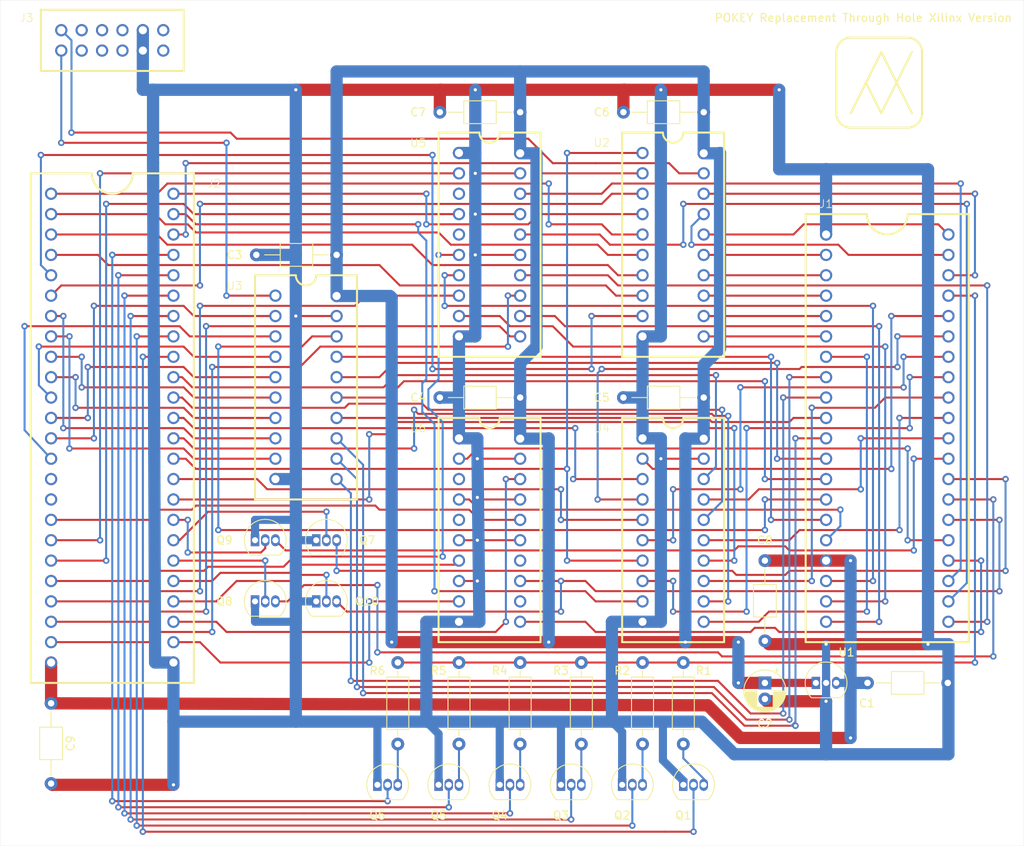
<source format=kicad_pcb>
(kicad_pcb (version 20221018) (generator pcbnew)
  (layers (0 "F.Cu" signal) (31 "B.Cu" signal) (34 "B.Paste" user) (35 "F.Paste" user) (36 "B.SilkS" user "B.Silkscreen") (37 "F.SilkS" user "F.Silkscreen") (38 "B.Mask" user) (39 "F.Mask" user) (44 "Edge.Cuts" user))
  (net 0 "")
  (net 1 "+5V")
  (net 2 "GND")
  (net 3 "+3.3V")
  (net 4 "D3")
  (net 5 "D4")
  (net 6 "D5")
  (net 7 "D6")
  (net 8 "D7")
  (net 9 "PHI2")
  (net 10 "P6")
  (net 11 "P7")
  (net 12 "P4")
  (net 13 "P5")
  (net 14 "P2")
  (net 15 "P3")
  (net 16 "P0")
  (net 17 "P1")
  (net 18 "~{KR2}")
  (net 19 "~{K5}")
  (net 20 "~{K4}")
  (net 21 "~{K3}")
  (net 22 "~{K2}")
  (net 23 "~{K1}")
  (net 24 "~{K0}")
  (net 25 "SID")
  (net 26 "~{KR1}")
  (net 27 "BCLK")
  (net 28 "OCLK")
  (net 29 "SOD")
  (net 30 "~{IRQ}")
  (net 31 "~{CS0}")
  (net 32 "CS1")
  (net 33 "R{slash}W")
  (net 34 "A3")
  (net 35 "A2")
  (net 36 "A1")
  (net 37 "A0")
  (net 38 "AUDIO")
  (net 39 "D0")
  (net 40 "D1")
  (net 41 "D2")
  (net 42 "_D3")
  (net 43 "_D4")
  (net 44 "_D5")
  (net 45 "_D6")
  (net 46 "_D7")
  (net 47 "_D1")
  (net 48 "_P6")
  (net 49 "_P7")
  (net 50 "_P4")
  (net 51 "_P5")
  (net 52 "_P2")
  (net 53 "_P3")
  (net 54 "_P0")
  (net 55 "_P1")
  (net 58 "_~{KR2}")
  (net 59 "_~{K0}")
  (net 60 "_~{K1}")
  (net 61 "_~{K2}")
  (net 62 "_~{K3}")
  (net 63 "_~{K4}")
  (net 64 "_~{K5}")
  (net 65 "_SID")
  (net 66 "_~{KR1}")
  (net 67 "_BCLKO")
  (net 68 "_BCLKI")
  (net 69 "_OCLK")
  (net 70 "_SOD")
  (net 71 "_~{IRQ}")
  (net 72 "_~{CS0}")
  (net 73 "_CS1")
  (net 74 "_R{slash}W")
  (net 75 "_A3")
  (net 76 "_A2")
  (net 77 "_A1")
  (net 78 "_A0")
  (net 79 "_AUDIO5")
  (net 80 "_AUDIO4")
  (net 81 "_AUDIO3")
  (net 82 "_AUDIO2")
  (net 83 "_AUDIO1")
  (net 84 "_AUDIO0")
  (net 85 "_D0")
  (net 86 "_PHI2")
  (net 87 "_D2")
  (net 88 "_DUMP")
  (net 93 "~{_EN}")
  (net 98 "Net-(Q1-D)")
  (net 99 "Net-(Q2-D)")
  (net 100 "Net-(Q3-D)")
  (net 101 "Net-(Q4-D)")
  (net 102 "Net-(Q5-D)")
  (net 103 "Net-(Q6-D)")
  (footprint "POKEY_Footprints:DIP_20" (layer "F.Cu") (at 212.09 96.52)
    (fp_text reference "U2")
    (fp_text value "~" hide)
  )
  (footprint "Package_TO_SOT_THT:TO-92_Inline" (layer "F.Cu") (at 229.87 139.7)
    (fp_text reference "U1")
    (fp_text value "L78L05_TO92" hide)
  )
  (footprint "Capacitor_THT:C_Axial_L3.8mm_D2.6mm_P10.00mm_Horizontal" (layer "F.Cu") (at 134.62 142.24 -90)
    (fp_text reference "C9")
    (fp_text value ".1uf")
  )
  (footprint "Resistor_THT:R_Axial_DIN0207_L6.3mm_D2.5mm_P10.16mm_Horizontal" (layer "F.Cu") (at 213.36 137.16 -90)
    (fp_text reference "R1")
    (fp_text value "825 1%" hide)
  )
  (footprint "Package_TO_SOT_THT:TO-92_Inline" (layer "F.Cu") (at 190.5 152.4)
    (fp_text reference "Q4")
    (fp_text value "TN2106" hide)
  )
  (footprint "POKEY_Footprints:DIP_20" (layer "F.Cu") (at 166.37 114.3)
    (fp_text reference "U3")
    (fp_text value "~" hide)
  )
  (footprint "Resistor_THT:R_Axial_DIN0207_L6.3mm_D2.5mm_P10.16mm_Horizontal" (layer "F.Cu") (at 193.04 137.16 -90)
    (fp_text reference "R4")
    (fp_text value "7.68K 1%" hide)
  )
  (footprint "Resistor_THT:R_Axial_DIN0207_L6.3mm_D2.5mm_P10.16mm_Horizontal" (layer "F.Cu") (at 208.28 137.16 -90)
    (fp_text reference "R2")
    (fp_text value "1.65K 1%" hide)
  )
  (footprint "Resistor_THT:R_Axial_DIN0207_L6.3mm_D2.5mm_P10.16mm_Horizontal" (layer "F.Cu") (at 177.8 137.16 -90)
    (fp_text reference "R6")
    (fp_text value "75K 1%" hide)
  )
  (footprint "POKEY_Footprints:Con_2X20" (layer "F.Cu") (at 238.76 106.68)
    (fp_text reference "J1")
    (fp_text value "2x20_Conn" hide)
  )
  (footprint "Package_TO_SOT_THT:TO-92_Inline" (layer "F.Cu") (at 167.64 129.54)
    (fp_text reference "Q10")
    (fp_text value "TN2106" hide)
  )
  (footprint "Capacitor_THT:C_Axial_L3.8mm_D2.6mm_P10.00mm_Horizontal" (layer "F.Cu") (at 170.18 86.36 180)
    (fp_text reference "C3")
    (fp_text value ".1uf" hide)
  )
  (footprint "POKEY_Footprints:PMOD" (layer "F.Cu") (at 143.51 63.4385)
    (fp_text reference "J3")
    (fp_text value "PMOD" hide)
  )
  (footprint "Capacitor_THT:C_Axial_L3.8mm_D2.6mm_P10.00mm_Horizontal" (layer "F.Cu") (at 236.3 139.7)
    (fp_text reference "C1")
    (fp_text value ".1uf" hide)
  )
  (footprint "Package_TO_SOT_THT:TO-92_Inline" (layer "F.Cu") (at 160.02 121.92)
    (fp_text reference "Q9")
    (fp_text value "TN2106" hide)
  )
  (footprint "POKEY_Footprints:DIP_20" (layer "F.Cu") (at 189.23 96.52)
    (fp_text reference "U5")
    (fp_text value "~" hide)
  )
  (footprint "Capacitor_THT:C_Axial_L3.8mm_D2.6mm_P10.00mm_Horizontal" (layer "F.Cu") (at 215.9 104.14 180)
    (fp_text reference "C5")
    (fp_text value ".1uf" hide)
  )
  (footprint "Resistor_THT:R_Axial_DIN0207_L6.3mm_D2.5mm_P10.16mm_Horizontal" (layer "F.Cu") (at 200.66 137.16 -90)
    (fp_text reference "R3")
    (fp_text value "3.3K 1%" hide)
  )
  (footprint "Package_TO_SOT_THT:TO-92_Inline" (layer "F.Cu") (at 198.12 152.4)
    (fp_text reference "Q3")
    (fp_text value "TN2106" hide)
  )
  (footprint "Package_TO_SOT_THT:TO-92_Inline" (layer "F.Cu") (at 175.26 152.4)
    (fp_text reference "Q6")
    (fp_text value "TN2106" hide)
  )
  (footprint "POKEY_Footprints:DIP_20" (layer "F.Cu") (at 212.09 132.08)
    (fp_text reference "U4")
    (fp_text value "~" hide)
  )
  (footprint "POKEY_Footprints:Con_2X24" (layer "F.Cu") (at 142.24 106.68)
    (fp_text reference "J2")
    (fp_text value "CMOD-A7" hide)
  )
  (footprint "Package_TO_SOT_THT:TO-92_Inline" (layer "F.Cu") (at 167.64 121.92)
    (fp_text reference "Q7")
    (fp_text value "TN2106" hide)
  )
  (footprint "Capacitor_THT:CP_Radial_D5.0mm_P2.00mm" (layer "F.Cu") (at 223.52 139.7 -90)
    (fp_text reference "C2")
    (fp_text value "10uf" hide)
  )
  (footprint "Package_TO_SOT_THT:TO-92_Inline" (layer "F.Cu") (at 213.36 152.4)
    (fp_text reference "Q1")
    (fp_text value "TN2106" hide)
  )
  (footprint "Package_TO_SOT_THT:TO-92_Inline" (layer "F.Cu") (at 182.88 152.4)
    (fp_text reference "Q5")
    (fp_text value "TN2106" hide)
  )
  (footprint "Package_TO_SOT_THT:TO-92_Inline" (layer "F.Cu") (at 205.74 152.4)
    (fp_text reference "Q2")
    (fp_text value "TN2106" hide)
  )
  (footprint "Capacitor_THT:C_Axial_L3.8mm_D2.6mm_P10.00mm_Horizontal" (layer "F.Cu") (at 215.9 68.58 180)
    (fp_text reference "C6")
    (fp_text value ".1uf" hide)
  )
  (footprint "Resistor_THT:R_Axial_DIN0207_L6.3mm_D2.5mm_P10.16mm_Horizontal" (layer "F.Cu") (at 185.42 137.16 -90)
    (fp_text reference "R5")
    (fp_text value "24K 1%" hide)
  )
  (footprint "Capacitor_THT:C_Axial_L3.8mm_D2.6mm_P10.00mm_Horizontal" (layer "F.Cu") (at 193.04 104.14 180)
    (fp_text reference "C4")
    (fp_text value ".1uf" hide)
  )
  (footprint "POKEY_Footprints:DIP_20" (layer "F.Cu") (at 189.23 132.08)
    (fp_text reference "U6")
    (fp_text value "~" hide)
  )
  (footprint "Capacitor_THT:C_Axial_L3.8mm_D2.6mm_P10.00mm_Horizontal" (layer "F.Cu") (at 223.52 124.46 -90)
    (fp_text reference "C8")
    (fp_text value ".1uf" hide)
  )
  (footprint "Capacitor_THT:C_Axial_L3.8mm_D2.6mm_P10.00mm_Horizontal" (layer "F.Cu") (at 193.04 68.58 180)
    (fp_text reference "C7")
    (fp_text value ".1uf" hide)
  )
  (footprint "Package_TO_SOT_THT:TO-92_Inline" (layer "F.Cu") (at 160.02 129.54)
    (fp_text reference "Q8")
    (fp_text value "TN2106" hide)
  )
  (gr_line (start 234.20605 59.290949) (end 241.299999 59.290949) (stroke (width 0.254)) (layer "F.SilkS"))
  (gr_arc (start 234.20605 70.503051) (mid 232.936051 69.977) (end 232.409999 68.707) (stroke (width 0.254)) (layer "F.SilkS"))
  (gr_line (start 238.01605 61.087) (end 241.82605 68.707) (stroke (width 0.254)) (layer "F.SilkS"))
  (gr_arc (start 241.299999 59.290949) (mid 242.569998 59.817) (end 243.09605 61.087) (stroke (width 0.254)) (layer "F.SilkS"))
  (gr_line (start 243.09605 61.087) (end 243.09605 68.707) (stroke (width 0.254)) (layer "F.SilkS"))
  (gr_line (start 241.299999 70.503051) (end 234.20605 70.503051) (stroke (width 0.254)) (layer "F.SilkS"))
  (gr_arc (start 243.09605 68.707) (mid 242.569999 69.976999) (end 241.299999 70.503051) (stroke (width 0.254)) (layer "F.SilkS"))
  (gr_arc (start 232.409999 61.087) (mid 232.93605 59.817001) (end 234.20605 59.290949) (stroke (width 0.254)) (layer "F.SilkS"))
  (gr_line (start 232.409999 68.707) (end 232.409999 61.087) (stroke (width 0.254)) (layer "F.SilkS"))
  (gr_line (start 238.01605 68.707) (end 241.82605 61.087) (stroke (width 0.254)) (layer "F.SilkS"))
  (gr_line (start 236.11105 64.897) (end 238.01605 68.707) (stroke (width 0.254)) (layer "F.SilkS"))
  (gr_line (start 234.20605 68.707) (end 238.01605 61.087) (stroke (width 0.254)) (layer "F.SilkS"))
  (gr_line (start 128.27 160.02) (end 255.778 160.02) (stroke (width 0.0254)) (layer "Edge.Cuts"))
  (gr_line (start 255.778 160.02) (end 255.778 54.61) (stroke (width 0.0254)) (layer "Edge.Cuts"))
  (gr_line (start 128.27 54.61) (end 128.27 160.02) (stroke (width 0.0254)) (layer "Edge.Cuts"))
  (gr_line (start 255.778 54.61) (end 128.27 54.61) (stroke (width 0.0254)) (layer "Edge.Cuts"))
  (gr_text "POKEY Replacement Through Hole Xilinx Version" (at 217.17 57.404) (layer "F.SilkS") (effects (font (size 1 1)) (justify left bottom)))
  (segment (start 223.52 124.46) (end 231.14 124.46) (width 1.524) (layer "F.Cu") (net 1))
  (segment (start 134.62 142.24) (end 134.62 137.16) (width 1.524) (layer "F.Cu") (net 1))
  (segment (start 216.408 142.494) (end 220.472 146.558) (width 1.524) (layer "F.Cu") (net 1))
  (segment (start 234.188 124.46) (end 231.14 124.46) (width 1.524) (layer "F.Cu") (net 1))
  (segment (start 220.472 146.558) (end 234.188 146.558) (width 1.524) (layer "F.Cu") (net 1))
  (segment (start 134.62 142.24) (end 216.408 142.494) (width 1.524) (layer "F.Cu") (net 1))
  (via (at 234.188 146.558) (size 0.8) (drill 0.4) (layers "F.Cu" "B.Cu") (net 1))
  (via (at 234.188 124.46) (size 0.8) (drill 0.4) (layers "F.Cu" "B.Cu") (net 1))
  (segment (start 234.188 139.7) (end 232.41 139.7) (width 1.016) (layer "B.Cu") (net 1))
  (segment (start 234.188 139.7) (end 234.188 146.558) (width 1.524) (layer "B.Cu") (net 1))
  (segment (start 236.3 139.7) (end 234.188 139.7) (width 1.524) (layer "B.Cu") (net 1))
  (segment (start 234.188 139.7) (end 234.188 124.46) (width 1.524) (layer "B.Cu") (net 1))
  (segment (start 225.298 65.786) (end 205.994 65.786) (width 1.524) (layer "F.Cu") (net 2))
  (segment (start 223.52 141.732) (end 223.774 141.986) (width 1.524) (layer "F.Cu") (net 2))
  (segment (start 193.04 111.76) (end 187.706 111.76) (width 0.25) (layer "F.Cu") (net 2))
  (segment (start 149.86 152.4) (end 134.78 152.4) (width 1.524) (layer "F.Cu") (net 2))
  (segment (start 185.42 121.92) (end 187.706 121.92) (width 0.25) (layer "F.Cu") (net 2))
  (segment (start 193.04 76.2) (end 187.452 76.2) (width 0.25) (layer "F.Cu") (net 2))
  (segment (start 223.52 141.7) (end 223.52 141.732) (width 1.524) (layer "F.Cu") (net 2))
  (segment (start 223.774 141.986) (end 231.14 141.986) (width 1.524) (layer "F.Cu") (net 2))
  (segment (start 223.614 134.46) (end 224.028 134.874) (width 1.524) (layer "F.Cu") (net 2))
  (segment (start 187.452 65.786) (end 183.134 65.786) (width 1.524) (layer "F.Cu") (net 2))
  (segment (start 205.9 68.58) (end 205.9 65.88) (width 1.524) (layer "F.Cu") (net 2))
  (segment (start 134.78 152.4) (end 134.62 152.24) (width 1.524) (layer "F.Cu") (net 2))
  (segment (start 224.028 134.874) (end 243.84 134.874) (width 1.524) (layer "F.Cu") (net 2))
  (segment (start 193.04 86.36) (end 187.452 86.36) (width 0.25) (layer "F.Cu") (net 2))
  (segment (start 193.04 116.84) (end 187.96 116.84) (width 0.25) (layer "F.Cu") (net 2))
  (segment (start 205.9 65.88) (end 205.994 65.786) (width 1.524) (layer "F.Cu") (net 2))
  (segment (start 183.04 65.88) (end 183.134 65.786) (width 1.524) (layer "F.Cu") (net 2))
  (segment (start 205.994 65.786) (end 187.452 65.786) (width 1.524) (layer "F.Cu") (net 2))
  (segment (start 223.52 134.46) (end 223.614 134.46) (width 1.524) (layer "F.Cu") (net 2))
  (segment (start 215.9 111.76) (end 210.566 111.76) (width 0.25) (layer "F.Cu") (net 2))
  (segment (start 170.18 93.98) (end 165.1 93.98) (width 0.25) (layer "F.Cu") (net 2))
  (segment (start 183.04 68.58) (end 183.04 65.88) (width 1.524) (layer "F.Cu") (net 2))
  (segment (start 185.42 127) (end 187.706 127) (width 0.25) (layer "F.Cu") (net 2))
  (segment (start 187.706 121.92) (end 193.04 121.92) (width 0.25) (layer "F.Cu") (net 2))
  (segment (start 193.04 81.28) (end 187.452 81.28) (width 0.25) (layer "F.Cu") (net 2))
  (segment (start 183.134 65.786) (end 165.1 65.786) (width 1.524) (layer "F.Cu") (net 2))
  (segment (start 187.96 116.84) (end 187.706 116.586) (width 0.25) (layer "F.Cu") (net 2))
  (via (at 243.84 134.874) (size 0.8) (drill 0.4) (layers "F.Cu" "B.Cu") (net 2))
  (via (at 165.1 93.98) (size 0.8) (drill 0.4) (layers "F.Cu" "B.Cu") (net 2))
  (via (at 165.1 65.786) (size 0.8) (drill 0.4) (layers "F.Cu" "B.Cu") (net 2))
  (via (at 187.706 111.76) (size 0.8) (drill 0.4) (layers "F.Cu" "B.Cu") (net 2))
  (via (at 210.566 65.786) (size 0.8) (drill 0.4) (layers "F.Cu" "B.Cu") (net 2))
  (via (at 187.706 121.92) (size 0.8) (drill 0.4) (layers "F.Cu" "B.Cu") (net 2))
  (via (at 187.452 81.28) (size 0.8) (drill 0.4) (layers "F.Cu" "B.Cu") (net 2))
  (via (at 231.14 141.986) (size 0.8) (drill 0.4) (layers "F.Cu" "B.Cu") (net 2))
  (via (at 187.452 65.786) (size 0.8) (drill 0.4) (layers "F.Cu" "B.Cu") (net 2))
  (via (at 149.86 152.4) (size 0.8) (drill 0.4) (layers "F.Cu" "B.Cu") (net 2))
  (via (at 187.706 127) (size 0.8) (drill 0.4) (layers "F.Cu" "B.Cu") (net 2))
  (via (at 225.298 65.786) (size 0.8) (drill 0.4) (layers "F.Cu" "B.Cu") (net 2))
  (via (at 187.452 76.2) (size 0.8) (drill 0.4) (layers "F.Cu" "B.Cu") (net 2))
  (via (at 210.566 111.76) (size 0.8) (drill 0.4) (layers "F.Cu" "B.Cu") (net 2))
  (via (at 231.14 134.874) (size 0.8) (drill 0.4) (layers "F.Cu" "B.Cu") (net 2))
  (via (at 187.452 86.36) (size 0.8) (drill 0.4) (layers "F.Cu" "B.Cu") (net 2))
  (via (at 187.706 116.586) (size 0.8) (drill 0.4) (layers "F.Cu" "B.Cu") (net 2))
  (segment (start 183.04 104.14) (end 185.42 104.14) (width 1.524) (layer "B.Cu") (net 2))
  (segment (start 165.1 129.54) (end 165.1 121.92) (width 1.524) (layer "B.Cu") (net 2))
  (segment (start 246.38 134.874) (end 246.38 139.62) (width 1.524) (layer "B.Cu") (net 2))
  (segment (start 243.84 134.874) (end 243.84 75.692) (width 1.524) (layer "B.Cu") (net 2))
  (segment (start 231.14 139.7) (end 231.14 141.986) (width 1.016) (layer "B.Cu") (net 2))
  (segment (start 190.5 144.526) (end 198.12 144.526) (width 1.524) (layer "B.Cu") (net 2))
  (segment (start 149.86 144.526) (end 149.86 137.16) (width 1.524) (layer "B.Cu") (net 2))
  (segment (start 231.14 148.59) (end 219.71 148.59) (width 1.524) (layer "B.Cu") (net 2))
  (segment (start 208.28 109.22) (end 208.28 104.14) (width 1.524) (layer "B.Cu") (net 2))
  (segment (start 187.452 96.52) (end 187.452 86.36) (width 1.524) (layer "B.Cu") (net 2))
  (segment (start 147.574 137.16) (end 147.32 74.93) (width 1.524) (layer "B.Cu") (net 2))
  (segment (start 215.646 144.526) (end 210.82 144.526) (width 1.524) (layer "B.Cu") (net 2))
  (segment (start 210.82 149.352) (end 210.82 144.526) (width 1.016) (layer "B.Cu") (net 2))
  (segment (start 185.42 132.08) (end 181.356 132.08) (width 1.524) (layer "B.Cu") (net 2))
  (segment (start 210.566 132.08) (end 208.28 132.08) (width 1.524) (layer "B.Cu") (net 2))
  (segment (start 231.14 75.692) (end 225.298 75.692) (width 1.524) (layer "B.Cu") (net 2))
  (segment (start 147.32 65.786) (end 146.05 65.786) (width 1.524) (layer "B.Cu") (net 2))
  (segment (start 165.1 144.526) (end 175.26 144.526) (width 1.524) (layer "B.Cu") (net 2))
  (segment (start 187.452 86.36) (end 187.452 81.28) (width 1.524) (layer "B.Cu") (net 2))
  (segment (start 187.452 76.2) (end 187.452 73.66) (width 1.524) (layer "B.Cu") (net 2))
  (segment (start 208.28 132.08) (end 204.47 132.08) (width 1.524) (layer "B.Cu") (net 2))
  (segment (start 185.42 73.66) (end 187.452 73.66) (width 1.524) (layer "B.Cu") (net 2))
  (segment (start 185.42 96.52) (end 185.42 104.14) (width 1.524) (layer "B.Cu") (net 2))
  (segment (start 165.1 86.36) (end 160.18 86.36) (width 1.524) (layer "B.Cu") (net 2))
  (segment (start 204.47 132.08) (end 204.47 144.526) (width 1.524) (layer "B.Cu") (net 2))
  (segment (start 165.1 144.526) (end 149.86 144.526) (width 1.524) (layer "B.Cu") (net 2))
  (segment (start 231.14 141.986) (end 231.14 148.59) (width 1.524) (layer "B.Cu") (net 2))
  (segment (start 175.26 152.4) (end 175.26 144.526) (width 1.016) (layer "B.Cu") (net 2))
  (segment (start 182.88 152.4) (end 182.88 146.05) (width 1.016) (layer "B.Cu") (net 2))
  (segment (start 162.56 114.3) (end 165.1 114.3) (width 1.524) (layer "B.Cu") (net 2))
  (segment (start 185.42 104.14) (end 185.42 109.22) (width 1.524) (layer "B.Cu") (net 2))
  (segment (start 165.1 144.526) (end 165.1 132.08) (width 1.524) (layer "B.Cu") (net 2))
  (segment (start 205.74 152.4) (end 205.74 145.796) (width 1.016) (layer "B.Cu") (net 2))
  (segment (start 246.38 134.874) (end 243.84 134.874) (width 1.524) (layer "B.Cu") (net 2))
  (segment (start 147.32 74.93) (end 147.32 65.786) (width 1.524) (layer "B.Cu") (net 2))
  (segment (start 246.38 148.59) (end 246.38 139.78) (width 1.524) (layer "B.Cu") (net 2))
  (segment (start 219.71 148.59) (end 215.646 144.526) (width 1.524) (layer "B.Cu") (net 2))
  (segment (start 210.566 109.22) (end 210.566 132.08) (width 1.524) (layer "B.Cu") (net 2))
  (segment (start 198.12 144.526) (end 204.47 144.526) (width 1.524) (layer "B.Cu") (net 2))
  (segment (start 246.38 139.78) (end 246.3 139.7) (width 1.524) (layer "B.Cu") (net 2))
  (segment (start 187.706 109.22) (end 187.96 132.08) (width 1.524) (layer "B.Cu") (net 2))
  (segment (start 208.28 96.52) (end 210.566 96.52) (width 1.524) (layer "B.Cu") (net 2))
  (segment (start 165.1 114.3) (end 165.1 86.36) (width 1.524) (layer "B.Cu") (net 2))
  (segment (start 213.36 151.892) (end 210.82 149.352) (width 1.016) (layer "B.Cu") (net 2))
  (segment (start 146.05 65.786) (end 146.05 60.8985) (width 1.524) (layer "B.Cu") (net 2))
  (segment (start 231.14 139.7) (end 231.14 134.874) (width 1.016) (layer "B.Cu") (net 2))
  (segment (start 205.9 104.14) (end 208.28 104.14) (width 1.524) (layer "B.Cu") (net 2))
  (segment (start 160.02 119.38) (end 160.02 121.92) (width 1.016) (layer "B.Cu") (net 2))
  (segment (start 165.1 119.38) (end 160.02 119.38) (width 1.016) (layer "B.Cu") (net 2))
  (segment (start 246.38 148.59) (end 231.14 148.59) (width 1.524) (layer "B.Cu") (net 2))
  (segment (start 198.12 152.4) (end 198.12 144.526) (width 1.016) (layer "B.Cu") (net 2))
  (segment (start 187.452 81.28) (end 187.452 76.2) (width 1.524) (layer "B.Cu") (net 2))
  (segment (start 187.452 96.52) (end 185.42 96.52) (width 1.524) (layer "B.Cu") (net 2))
  (segment (start 149.86 144.526) (end 149.86 152.4) (width 1.524) (layer "B.Cu") (net 2))
  (segment (start 246.38 139.62) (end 246.3 139.7) (width 1.524) (layer "B.Cu") (net 2))
  (segment (start 165.1 65.786) (end 147.32 65.786) (width 1.524) (layer "B.Cu") (net 2))
  (segment (start 210.82 144.526) (end 204.47 144.526) (width 1.524) (layer "B.Cu") (net 2))
  (segment (start 165.1 119.38) (end 165.1 114.3) (width 1.524) (layer "B.Cu") (net 2))
  (segment (start 167.64 121.92) (end 165.1 121.92) (width 1.016) (layer "B.Cu") (net 2))
  (segment (start 190.5 152.4) (end 190.5 144.526) (width 1.016) (layer "B.Cu") (net 2))
  (segment (start 187.96 132.08) (end 185.42 132.08) (width 1.524) (layer "B.Cu") (net 2))
  (segment (start 182.88 146.05) (end 181.356 144.526) (width 1.016) (layer "B.Cu") (net 2))
  (segment (start 165.1 132.08) (end 165.1 129.54) (width 1.524) (layer "B.Cu") (net 2))
  (segment (start 187.706 109.22) (end 185.42 109.22) (width 1.524) (layer "B.Cu") (net 2))
  (segment (start 190.5 144.526) (end 181.356 144.526) (width 1.524) (layer "B.Cu") (net 2))
  (segment (start 181.356 132.08) (end 181.356 144.526) (width 1.524) (layer "B.Cu") (net 2))
  (segment (start 225.298 75.692) (end 225.298 65.786) (width 1.524) (layer "B.Cu") (net 2))
  (segment (start 165.1 121.92) (end 165.1 119.38) (width 1.524) (layer "B.Cu") (net 2))
  (segment (start 187.452 73.66) (end 187.452 65.786) (width 1.524) (layer "B.Cu") (net 2))
  (segment (start 243.84 75.692) (end 231.14 75.692) (width 1.524) (layer "B.Cu") (net 2))
  (segment (start 165.1 86.36) (end 165.1 65.786) (width 1.524) (layer "B.Cu") (net 2))
  (segment (start 213.36 152.4) (end 213.36 151.892) (width 1.016) (layer "B.Cu") (net 2))
  (segment (start 210.566 65.786) (end 210.566 96.52) (width 1.524) (layer "B.Cu") (net 2))
  (segment (start 165.1 132.08) (end 160.02 132.08) (width 1.016) (layer "B.Cu") (net 2))
  (segment (start 175.26 144.526) (end 181.356 144.526) (width 1.524) (layer "B.Cu") (net 2))
  (segment (start 149.86 137.16) (end 147.574 137.16) (width 1.524) (layer "B.Cu") (net 2))
  (segment (start 208.28 109.22) (end 210.566 109.22) (width 1.524) (layer "B.Cu") (net 2))
  (segment (start 160.02 132.08) (end 160.02 129.54) (width 1.016) (layer "B.Cu") (net 2))
  (segment (start 146.05 60.8985) (end 146.05 58.3585) (width 1.524) (layer "B.Cu") (net 2))
  (segment (start 231.14 83.82) (end 231.14 75.692) (width 1.524) (layer "B.Cu") (net 2))
  (segment (start 205.74 145.796) (end 204.47 144.526) (width 1.016) (layer "B.Cu") (net 2))
  (segment (start 208.28 104.14) (end 208.28 96.52) (width 1.524) (layer "B.Cu") (net 2))
  (segment (start 167.64 129.54) (end 165.1 129.54) (width 1.016) (layer "B.Cu") (net 2))
  (segment (start 213.614 134.62) (end 220.218 134.62) (width 1.524) (layer "F.Cu") (net 3))
  (segment (start 213.614 134.62) (end 196.596 134.62) (width 1.524) (layer "F.Cu") (net 3))
  (segment (start 193.08 109.22) (end 193.04 109.26) (width 1.524) (layer "F.Cu") (net 3))
  (segment (start 220.218 139.7) (end 223.52 139.7) (width 1.524) (layer "F.Cu") (net 3))
  (segment (start 215.86 109.22) (end 215.9 109.26) (width 1.524) (layer "F.Cu") (net 3))
  (segment (start 229.87 139.7) (end 223.52 139.7) (width 1.016) (layer "F.Cu") (net 3))
  (segment (start 196.596 134.62) (end 177.038 134.62) (width 1.524) (layer "F.Cu") (net 3))
  (segment (start 215.94 73.66) (end 215.9 73.7) (width 1.524) (layer "F.Cu") (net 3))
  (via (at 213.614 134.62) (size 0.8) (drill 0.4) (layers "F.Cu" "B.Cu") (net 3))
  (via (at 196.596 134.62) (size 0.8) (drill 0.4) (layers "F.Cu" "B.Cu") (net 3))
  (via (at 220.218 139.7) (size 0.8) (drill 0.4) (layers "F.Cu" "B.Cu") (net 3))
  (via (at 220.218 134.62) (size 0.8) (drill 0.4) (layers "F.Cu" "B.Cu") (net 3))
  (via (at 177.038 134.62) (size 0.8) (drill 0.4) (layers "F.Cu" "B.Cu") (net 3))
  (segment (start 215.9 100.076) (end 217.932 98.044) (width 1.524) (layer "B.Cu") (net 3))
  (segment (start 170.18 91.48) (end 176.824 91.48) (width 1.524) (layer "B.Cu") (net 3))
  (segment (start 195.032 73.7) (end 193.04 73.7) (width 1.524) (layer "B.Cu") (net 3))
  (segment (start 213.614 134.62) (end 213.614 134.366) (width 1.524) (layer "B.Cu") (net 3))
  (segment (start 215.9 63.5) (end 193.04 63.5) (width 1.524) (layer "B.Cu") (net 3))
  (segment (start 215.9 104.14) (end 215.9 100.076) (width 1.524) (layer "B.Cu") (net 3))
  (segment (start 196.556 109.26) (end 193.04 109.26) (width 1.524) (layer "B.Cu") (net 3))
  (segment (start 176.824 91.48) (end 177.038 91.694) (width 1.524) (layer "B.Cu") (net 3))
  (segment (start 215.9 68.58) (end 215.9 73.7) (width 1.524) (layer "B.Cu") (net 3))
  (segment (start 170.18 91.48) (end 170.18 86.36) (width 1.524) (layer "B.Cu") (net 3))
  (segment (start 193.04 104.14) (end 193.04 99.822) (width 1.524) (layer "B.Cu") (net 3))
  (segment (start 220.218 134.62) (end 220.218 139.7) (width 1.524) (layer "B.Cu") (net 3))
  (segment (start 193.04 109.26) (end 193.04 104.14) (width 1.524) (layer "B.Cu") (net 3))
  (segment (start 213.654 109.26) (end 213.614 109.22) (width 1.524) (layer "B.Cu") (net 3))
  (segment (start 196.596 134.62) (end 196.596 134.366) (width 1.524) (layer "B.Cu") (net 3))
  (segment (start 195.072 73.66) (end 195.032 73.7) (width 1.524) (layer "B.Cu") (net 3))
  (segment (start 177.038 134.62) (end 177.038 91.694) (width 1.524) (layer "B.Cu") (net 3))
  (segment (start 193.04 99.822) (end 195.072 97.79) (width 1.524) (layer "B.Cu") (net 3))
  (segment (start 217.932 73.66) (end 217.892 73.7) (width 1.524) (layer "B.Cu") (net 3))
  (segment (start 215.9 68.58) (end 215.9 63.5) (width 1.524) (layer "B.Cu") (net 3))
  (segment (start 215.9 109.26) (end 215.9 104.14) (width 1.524) (layer "B.Cu") (net 3))
  (segment (start 217.892 73.7) (end 215.9 73.7) (width 1.524) (layer "B.Cu") (net 3))
  (segment (start 193.04 73.7) (end 193.04 68.58) (width 1.524) (layer "B.Cu") (net 3))
  (segment (start 213.614 109.22) (end 213.614 134.62) (width 1.524) (layer "B.Cu") (net 3))
  (segment (start 193.04 63.5) (end 170.18 63.5) (width 1.524) (layer "B.Cu") (net 3))
  (segment (start 215.9 109.26) (end 213.654 109.26) (width 1.524) (layer "B.Cu") (net 3))
  (segment (start 170.18 63.5) (end 170.18 86.36) (width 1.524) (layer "B.Cu") (net 3))
  (segment (start 193.04 68.58) (end 193.04 63.5) (width 1.524) (layer "B.Cu") (net 3))
  (segment (start 195.072 97.79) (end 195.072 73.66) (width 1.524) (layer "B.Cu") (net 3))
  (segment (start 196.596 109.22) (end 196.556 109.26) (width 1.524) (layer "B.Cu") (net 3))
  (segment (start 196.596 109.22) (end 196.596 134.62) (width 1.524) (layer "B.Cu") (net 3))
  (segment (start 217.932 98.044) (end 217.932 73.66) (width 1.524) (layer "B.Cu") (net 3))
  (segment (start 215.9 86.36) (end 231.14 86.36) (width 0.25) (layer "F.Cu") (net 4))
  (segment (start 215.9 88.9) (end 231.14 88.9) (width 0.25) (layer "F.Cu") (net 5))
  (segment (start 215.9 91.44) (end 231.14 91.44) (width 0.25) (layer "F.Cu") (net 6))
  (segment (start 215.9 93.98) (end 231.14 93.98) (width 0.25) (layer "F.Cu") (net 7))
  (segment (start 215.9 96.52) (end 231.14 96.52) (width 0.25) (layer "F.Cu") (net 8))
  (segment (start 236.22 99.06) (end 231.14 99.06) (width 0.25) (layer "F.Cu") (net 9))
  (segment (start 224.028 130.81) (end 236.22 130.81) (width 0.25) (layer "F.Cu") (net 9))
  (segment (start 215.9 132.08) (end 222.758 132.08) (width 0.25) (layer "F.Cu") (net 9))
  (segment (start 222.758 132.08) (end 224.028 130.81) (width 0.25) (layer "F.Cu") (net 9))
  (via (at 236.22 130.81) (size 0.8) (drill 0.4) (layers "F.Cu" "B.Cu") (net 9))
  (via (at 236.22 99.06) (size 0.8) (drill 0.4) (layers "F.Cu" "B.Cu") (net 9))
  (segment (start 236.22 130.81) (end 236.22 99.06) (width 0.25) (layer "B.Cu") (net 9))
  (segment (start 231.14 101.6) (end 226.568 101.6) (width 0.25) (layer "F.Cu") (net 10))
  (segment (start 221.234 144.272) (end 217.17 140.208) (width 0.25) (layer "F.Cu") (net 10))
  (segment (start 217.17 140.208) (end 172.72 140.208) (width 0.25) (layer "F.Cu") (net 10))
  (segment (start 226.568 144.272) (end 221.234 144.272) (width 0.25) (layer "F.Cu") (net 10))
  (via (at 226.568 144.272) (size 0.8) (drill 0.4) (layers "F.Cu" "B.Cu") (net 10))
  (via (at 226.568 101.6) (size 0.8) (drill 0.4) (layers "F.Cu" "B.Cu") (net 10))
  (via (at 172.72 140.208) (size 0.8) (drill 0.4) (layers "F.Cu" "B.Cu") (net 10))
  (segment (start 172.72 114.3) (end 172.72 120.142) (width 0.25) (layer "B.Cu") (net 10))
  (segment (start 226.568 144.272) (end 226.568 101.6) (width 0.25) (layer "B.Cu") (net 10))
  (segment (start 172.72 120.142) (end 172.72 140.208) (width 0.25) (layer "B.Cu") (net 10))
  (segment (start 170.18 111.76) (end 172.72 114.3) (width 0.25) (layer "B.Cu") (net 10))
  (segment (start 231.14 104.14) (end 225.806 104.14) (width 0.25) (layer "F.Cu") (net 11))
  (segment (start 225.806 143.51) (end 221.742 143.51) (width 0.25) (layer "F.Cu") (net 11))
  (segment (start 221.742 143.51) (end 217.678 139.446) (width 0.25) (layer "F.Cu") (net 11))
  (segment (start 217.678 139.446) (end 171.958 139.446) (width 0.25) (layer "F.Cu") (net 11))
  (via (at 225.806 104.14) (size 0.8) (drill 0.4) (layers "F.Cu" "B.Cu") (net 11))
  (via (at 225.806 143.51) (size 0.8) (drill 0.4) (layers "F.Cu" "B.Cu") (net 11))
  (via (at 171.958 139.446) (size 0.8) (drill 0.4) (layers "F.Cu" "B.Cu") (net 11))
  (segment (start 170.18 114.3) (end 171.958 116.078) (width 0.25) (layer "B.Cu") (net 11))
  (segment (start 225.806 143.51) (end 225.806 104.14) (width 0.25) (layer "B.Cu") (net 11))
  (segment (start 171.958 116.078) (end 171.958 139.446) (width 0.25) (layer "B.Cu") (net 11))
  (segment (start 227.076 106.68) (end 231.14 106.68) (width 0.25) (layer "F.Cu") (net 12))
  (segment (start 216.408 106.68) (end 216.916 107.188) (width 0.25) (layer "F.Cu") (net 12))
  (segment (start 170.18 106.68) (end 216.408 106.68) (width 0.25) (layer "F.Cu") (net 12))
  (segment (start 216.916 107.188) (end 226.568 107.188) (width 0.25) (layer "F.Cu") (net 12))
  (segment (start 226.568 107.188) (end 227.076 106.68) (width 0.25) (layer "F.Cu") (net 12))
  (segment (start 216.916 140.97) (end 220.98 145.034) (width 0.25) (layer "F.Cu") (net 13))
  (segment (start 231.14 109.22) (end 227.33 109.22) (width 0.25) (layer "F.Cu") (net 13))
  (segment (start 220.98 145.034) (end 227.33 145.034) (width 0.25) (layer "F.Cu") (net 13))
  (segment (start 173.482 140.97) (end 216.916 140.97) (width 0.25) (layer "F.Cu") (net 13))
  (via (at 227.33 145.034) (size 0.8) (drill 0.4) (layers "F.Cu" "B.Cu") (net 13))
  (via (at 173.482 140.97) (size 0.8) (drill 0.4) (layers "F.Cu" "B.Cu") (net 13))
  (via (at 227.33 109.22) (size 0.8) (drill 0.4) (layers "F.Cu" "B.Cu") (net 13))
  (segment (start 227.33 145.034) (end 226.831305 145.034) (width 0.25) (layer "B.Cu") (net 13))
  (segment (start 173.482 112.522) (end 173.482 115.062) (width 0.25) (layer "B.Cu") (net 13))
  (segment (start 226.831305 145.034) (end 227.33 144.535305) (width 0.25) (layer "B.Cu") (net 13))
  (segment (start 227.33 144.535305) (end 227.33 109.22) (width 0.25) (layer "B.Cu") (net 13))
  (segment (start 170.18 109.22) (end 173.482 112.522) (width 0.25) (layer "B.Cu") (net 13))
  (segment (start 173.482 115.062) (end 173.482 140.97) (width 0.25) (layer "B.Cu") (net 13))
  (segment (start 170.18 101.6) (end 175.514 101.6) (width 0.25) (layer "F.Cu") (net 14))
  (segment (start 177.292 99.822) (end 202.438 99.822) (width 0.25) (layer "F.Cu") (net 14))
  (segment (start 175.514 101.6) (end 177.292 99.822) (width 0.25) (layer "F.Cu") (net 14))
  (segment (start 231.14 111.76) (end 225.044 111.76) (width 0.25) (layer "F.Cu") (net 14))
  (segment (start 202.438 99.822) (end 225.044 99.822) (width 0.25) (layer "F.Cu") (net 14))
  (via (at 225.044 111.76) (size 0.8) (drill 0.4) (layers "F.Cu" "B.Cu") (net 14))
  (via (at 225.044 99.822) (size 0.8) (drill 0.4) (layers "F.Cu" "B.Cu") (net 14))
  (segment (start 225.044 99.822) (end 225.044 111.76) (width 0.25) (layer "B.Cu") (net 14))
  (segment (start 170.18 104.14) (end 176.53 104.14) (width 0.25) (layer "F.Cu") (net 15))
  (segment (start 220.218 102.108) (end 223.52 102.108) (width 0.25) (layer "F.Cu") (net 15))
  (segment (start 176.53 104.14) (end 178.562 102.108) (width 0.25) (layer "F.Cu") (net 15))
  (segment (start 178.562 102.108) (end 220.218 102.108) (width 0.25) (layer "F.Cu") (net 15))
  (segment (start 231.14 114.3) (end 223.52 114.3) (width 0.25) (layer "F.Cu") (net 15))
  (via (at 223.52 102.108) (size 0.8) (drill 0.4) (layers "F.Cu" "B.Cu") (net 15))
  (via (at 223.52 114.3) (size 0.8) (drill 0.4) (layers "F.Cu" "B.Cu") (net 15))
  (segment (start 223.52 102.108) (end 223.52 114.3) (width 0.25) (layer "B.Cu") (net 15))
  (segment (start 231.14 116.84) (end 223.52 116.84) (width 0.25) (layer "F.Cu") (net 16))
  (segment (start 167.132 96.52) (end 170.18 96.52) (width 0.25) (layer "F.Cu") (net 16))
  (segment (start 155.448 120.65) (end 223.52 120.65) (width 0.25) (layer "F.Cu") (net 16))
  (segment (start 165.862 97.79) (end 167.132 96.52) (width 0.25) (layer "F.Cu") (net 16))
  (segment (start 155.448 97.79) (end 165.862 97.79) (width 0.25) (layer "F.Cu") (net 16))
  (via (at 155.448 97.79) (size 0.8) (drill 0.4) (layers "F.Cu" "B.Cu") (net 16))
  (via (at 155.448 120.65) (size 0.8) (drill 0.4) (layers "F.Cu" "B.Cu") (net 16))
  (via (at 223.52 116.84) (size 0.8) (drill 0.4) (layers "F.Cu" "B.Cu") (net 16))
  (via (at 223.52 120.65) (size 0.8) (drill 0.4) (layers "F.Cu" "B.Cu") (net 16))
  (segment (start 155.448 120.65) (end 155.448 97.79) (width 0.25) (layer "B.Cu") (net 16))
  (segment (start 223.52 120.65) (end 223.52 116.84) (width 0.25) (layer "B.Cu") (net 16))
  (segment (start 231.14 119.38) (end 224.282 119.38) (width 0.25) (layer "F.Cu") (net 17))
  (segment (start 170.18 99.06) (end 224.282 99.06) (width 0.25) (layer "F.Cu") (net 17))
  (via (at 224.282 99.06) (size 0.8) (drill 0.4) (layers "F.Cu" "B.Cu") (net 17))
  (via (at 224.282 119.38) (size 0.8) (drill 0.4) (layers "F.Cu" "B.Cu") (net 17))
  (segment (start 224.282 99.06) (end 224.282 119.38) (width 0.25) (layer "B.Cu") (net 17))
  (segment (start 232.918 118.11) (end 187.96 118.11) (width 0.25) (layer "F.Cu") (net 18))
  (segment (start 186.69 116.84) (end 185.42 116.84) (width 0.25) (layer "F.Cu") (net 18))
  (segment (start 187.96 118.11) (end 186.69 116.84) (width 0.25) (layer "F.Cu") (net 18))
  (via (at 232.918 118.11) (size 0.8) (drill 0.4) (layers "F.Cu" "B.Cu") (net 18))
  (segment (start 232.918 120.142) (end 231.14 121.92) (width 0.25) (layer "B.Cu") (net 18))
  (segment (start 232.918 118.11) (end 232.918 120.142) (width 0.25) (layer "B.Cu") (net 18))
  (segment (start 236.982 127) (end 231.14 127) (width 0.25) (layer "F.Cu") (net 19))
  (segment (start 183.642 92.71) (end 236.982 92.71) (width 0.25) (layer "F.Cu") (net 19))
  (segment (start 185.42 88.9) (end 183.642 88.9) (width 0.25) (layer "F.Cu") (net 19))
  (via (at 183.642 88.9) (size 0.8) (drill 0.4) (layers "F.Cu" "B.Cu") (net 19))
  (via (at 236.982 92.71) (size 0.8) (drill 0.4) (layers "F.Cu" "B.Cu") (net 19))
  (via (at 236.982 127) (size 0.8) (drill 0.4) (layers "F.Cu" "B.Cu") (net 19))
  (via (at 183.642 92.71) (size 0.8) (drill 0.4) (layers "F.Cu" "B.Cu") (net 19))
  (segment (start 236.982 92.71) (end 236.982 111.506) (width 0.25) (layer "B.Cu") (net 19))
  (segment (start 183.642 88.9) (end 183.642 92.71) (width 0.25) (layer "B.Cu") (net 19))
  (segment (start 236.982 111.506) (end 236.982 127) (width 0.25) (layer "B.Cu") (net 19))
  (segment (start 199.644 97.79) (end 197.104 95.25) (width 0.25) (layer "F.Cu") (net 20))
  (segment (start 238.506 97.79) (end 199.644 97.79) (width 0.25) (layer "F.Cu") (net 20))
  (segment (start 185.42 93.98) (end 190.5 93.98) (width 0.25) (layer "F.Cu") (net 20))
  (segment (start 238.506 129.54) (end 231.14 129.54) (width 0.25) (layer "F.Cu") (net 20))
  (segment (start 191.77 95.25) (end 197.104 95.25) (width 0.25) (layer "F.Cu") (net 20))
  (segment (start 190.5 93.98) (end 191.77 95.25) (width 0.25) (layer "F.Cu") (net 20))
  (via (at 238.506 97.79) (size 0.8) (drill 0.4) (layers "F.Cu" "B.Cu") (net 20))
  (via (at 238.506 129.54) (size 0.8) (drill 0.4) (layers "F.Cu" "B.Cu") (net 20))
  (segment (start 238.506 97.79) (end 238.506 129.54) (width 0.25) (layer "B.Cu") (net 20))
  (segment (start 193.04 93.98) (end 197.358 93.98) (width 0.25) (layer "F.Cu") (net 21))
  (segment (start 197.358 93.98) (end 198.628 95.25) (width 0.25) (layer "F.Cu") (net 21))
  (segment (start 237.744 132.08) (end 231.14 132.08) (width 0.25) (layer "F.Cu") (net 21))
  (segment (start 198.628 95.25) (end 237.744 95.25) (width 0.25) (layer "F.Cu") (net 21))
  (via (at 237.744 95.25) (size 0.8) (drill 0.4) (layers "F.Cu" "B.Cu") (net 21))
  (via (at 237.744 132.08) (size 0.8) (drill 0.4) (layers "F.Cu" "B.Cu") (net 21))
  (segment (start 237.744 95.25) (end 237.744 132.08) (width 0.25) (layer "B.Cu") (net 21))
  (segment (start 203.962 88.9) (end 205.232 90.17) (width 0.25) (layer "F.Cu") (net 22))
  (segment (start 251.206 132.08) (end 246.38 132.08) (width 0.25) (layer "F.Cu") (net 22))
  (segment (start 193.04 88.9) (end 203.962 88.9) (width 0.25) (layer "F.Cu") (net 22))
  (segment (start 205.232 90.17) (end 251.206 90.17) (width 0.25) (layer "F.Cu") (net 22))
  (via (at 251.206 132.08) (size 0.8) (drill 0.4) (layers "F.Cu" "B.Cu") (net 22))
  (via (at 251.206 90.17) (size 0.8) (drill 0.4) (layers "F.Cu" "B.Cu") (net 22))
  (segment (start 251.206 124.46) (end 251.206 132.08) (width 0.25) (layer "B.Cu") (net 22))
  (segment (start 251.206 90.17) (end 251.206 124.46) (width 0.25) (layer "B.Cu") (net 22))
  (segment (start 213.36 80.01) (end 248.666 80.01) (width 0.25) (layer "F.Cu") (net 23))
  (segment (start 193.04 83.82) (end 202.946 83.82) (width 0.25) (layer "F.Cu") (net 23))
  (segment (start 204.216 85.09) (end 208.547251 85.09) (width 0.25) (layer "F.Cu") (net 23))
  (segment (start 202.946 83.82) (end 204.216 85.09) (width 0.25) (layer "F.Cu") (net 23))
  (segment (start 208.547251 85.09) (end 213.36 85.09) (width 0.25) (layer "F.Cu") (net 23))
  (via (at 213.36 85.09) (size 0.8) (drill 0.4) (layers "F.Cu" "B.Cu") (net 23))
  (via (at 248.666 80.01) (size 0.8) (drill 0.4) (layers "F.Cu" "B.Cu") (net 23))
  (via (at 213.36 80.01) (size 0.8) (drill 0.4) (layers "F.Cu" "B.Cu") (net 23))
  (segment (start 248.666 127.254) (end 246.38 129.54) (width 0.25) (layer "B.Cu") (net 23))
  (segment (start 213.36 85.09) (end 213.36 80.01) (width 0.25) (layer "B.Cu") (net 23))
  (segment (start 248.666 80.01) (end 248.666 127.254) (width 0.25) (layer "B.Cu") (net 23))
  (segment (start 204.47 77.47) (end 247.904 77.47) (width 0.25) (layer "F.Cu") (net 24))
  (segment (start 203.2 78.74) (end 204.47 77.47) (width 0.25) (layer "F.Cu") (net 24))
  (segment (start 193.04 78.74) (end 203.2 78.74) (width 0.25) (layer "F.Cu") (net 24))
  (via (at 247.904 77.47) (size 0.8) (drill 0.4) (layers "F.Cu" "B.Cu") (net 24))
  (segment (start 247.904 125.476) (end 246.38 127) (width 0.25) (layer "B.Cu") (net 24))
  (segment (start 247.904 77.47) (end 247.904 125.476) (width 0.25) (layer "B.Cu") (net 24))
  (segment (start 222.25 132.842) (end 224.79 132.842) (width 0.25) (layer "F.Cu") (net 25))
  (segment (start 193.04 132.08) (end 201.168 132.08) (width 0.25) (layer "F.Cu") (net 25))
  (segment (start 221.742 133.35) (end 222.25 132.842) (width 0.25) (layer "F.Cu") (net 25))
  (segment (start 202.438 133.35) (end 221.742 133.35) (width 0.25) (layer "F.Cu") (net 25))
  (segment (start 250.444 124.46) (end 246.38 124.46) (width 0.25) (layer "F.Cu") (net 25))
  (segment (start 201.168 132.08) (end 202.438 133.35) (width 0.25) (layer "F.Cu") (net 25))
  (segment (start 224.79 132.842) (end 225.298 133.35) (width 0.25) (layer "F.Cu") (net 25))
  (segment (start 225.298 133.35) (end 250.444 133.35) (width 0.25) (layer "F.Cu") (net 25))
  (via (at 250.444 133.35) (size 0.8) (drill 0.4) (layers "F.Cu" "B.Cu") (net 25))
  (via (at 250.444 124.46) (size 0.8) (drill 0.4) (layers "F.Cu" "B.Cu") (net 25))
  (segment (start 250.444 133.35) (end 250.444 124.46) (width 0.25) (layer "B.Cu") (net 25))
  (segment (start 186.436 111.76) (end 187.706 110.49) (width 0.25) (layer "F.Cu") (net 26))
  (segment (start 246.38 121.92) (end 241.3 121.92) (width 0.25) (layer "F.Cu") (net 26))
  (segment (start 187.706 110.49) (end 241.3 110.49) (width 0.25) (layer "F.Cu") (net 26))
  (segment (start 185.42 111.76) (end 186.436 111.76) (width 0.25) (layer "F.Cu") (net 26))
  (via (at 241.3 110.49) (size 0.8) (drill 0.4) (layers "F.Cu" "B.Cu") (net 26))
  (via (at 241.3 121.92) (size 0.8) (drill 0.4) (layers "F.Cu" "B.Cu") (net 26))
  (segment (start 241.3 110.49) (end 241.3 121.92) (width 0.25) (layer "B.Cu") (net 26))
  (segment (start 246.38 119.38) (end 252.73 119.38) (width 0.25) (layer "F.Cu") (net 27))
  (segment (start 202.438 128.27) (end 201.168 127) (width 0.25) (layer "F.Cu") (net 27))
  (segment (start 201.168 127) (end 198.12 127) (width 0.25) (layer "F.Cu") (net 27))
  (segment (start 198.12 130.81) (end 171.45 130.81) (width 0.25) (layer "F.Cu") (net 27))
  (segment (start 193.04 127) (end 198.12 127) (width 0.25) (layer "F.Cu") (net 27))
  (segment (start 252.73 128.27) (end 202.438 128.27) (width 0.25) (layer "F.Cu") (net 27))
  (segment (start 171.45 130.81) (end 170.18 129.54) (width 0.25) (layer "F.Cu") (net 27))
  (via (at 252.73 128.27) (size 0.8) (drill 0.4) (layers "F.Cu" "B.Cu") (net 27))
  (via (at 198.12 130.81) (size 0.8) (drill 0.4) (layers "F.Cu" "B.Cu") (net 27))
  (via (at 252.73 119.38) (size 0.8) (drill 0.4) (layers "F.Cu" "B.Cu") (net 27))
  (via (at 198.12 127) (size 0.8) (drill 0.4) (layers "F.Cu" "B.Cu") (net 27))
  (segment (start 198.12 127) (end 198.12 130.81) (width 0.25) (layer "B.Cu") (net 27))
  (segment (start 252.73 119.38) (end 252.73 128.27) (width 0.25) (layer "B.Cu") (net 27))
  (segment (start 175.26 135.89) (end 217.678 135.89) (width 0.25) (layer "F.Cu") (net 28))
  (segment (start 217.678 135.89) (end 218.186 136.398) (width 0.25) (layer "F.Cu") (net 28))
  (segment (start 166.116 127.508) (end 164.084 129.54) (width 0.25) (layer "F.Cu") (net 28))
  (segment (start 218.186 136.398) (end 251.968 136.398) (width 0.25) (layer "F.Cu") (net 28))
  (segment (start 175.26 127.508) (end 166.116 127.508) (width 0.25) (layer "F.Cu") (net 28))
  (segment (start 251.968 116.84) (end 246.38 116.84) (width 0.25) (layer "F.Cu") (net 28))
  (segment (start 164.084 129.54) (end 162.56 129.54) (width 0.25) (layer "F.Cu") (net 28))
  (via (at 175.26 127.508) (size 0.8) (drill 0.4) (layers "F.Cu" "B.Cu") (net 28))
  (via (at 175.26 135.89) (size 0.8) (drill 0.4) (layers "F.Cu" "B.Cu") (net 28))
  (via (at 251.968 136.398) (size 0.8) (drill 0.4) (layers "F.Cu" "B.Cu") (net 28))
  (via (at 251.968 116.84) (size 0.8) (drill 0.4) (layers "F.Cu" "B.Cu") (net 28))
  (segment (start 251.968 136.398) (end 251.968 116.84) (width 0.25) (layer "B.Cu") (net 28))
  (segment (start 175.26 135.89) (end 175.26 127.508) (width 0.25) (layer "B.Cu") (net 28))
  (segment (start 226.06 126.238) (end 219.964 126.238) (width 0.25) (layer "F.Cu") (net 29))
  (segment (start 226.568 125.73) (end 226.06 126.238) (width 0.25) (layer "F.Cu") (net 29))
  (segment (start 219.456 125.73) (end 170.18 125.73) (width 0.25) (layer "F.Cu") (net 29))
  (segment (start 246.38 114.3) (end 253.492 114.3) (width 0.25) (layer "F.Cu") (net 29))
  (segment (start 219.964 126.238) (end 219.456 125.73) (width 0.25) (layer "F.Cu") (net 29))
  (segment (start 253.492 125.73) (end 226.568 125.73) (width 0.25) (layer "F.Cu") (net 29))
  (via (at 253.492 125.73) (size 0.8) (drill 0.4) (layers "F.Cu" "B.Cu") (net 29))
  (via (at 170.18 125.73) (size 0.8) (drill 0.4) (layers "F.Cu" "B.Cu") (net 29))
  (via (at 253.492 114.3) (size 0.8) (drill 0.4) (layers "F.Cu" "B.Cu") (net 29))
  (segment (start 170.18 121.92) (end 170.18 125.73) (width 0.25) (layer "B.Cu") (net 29))
  (segment (start 253.492 125.73) (end 253.492 114.3) (width 0.25) (layer "B.Cu") (net 29))
  (segment (start 242.062 123.19) (end 226.568 123.19) (width 0.25) (layer "F.Cu") (net 30))
  (segment (start 226.06 122.682) (end 220.218 122.682) (width 0.25) (layer "F.Cu") (net 30))
  (segment (start 242.062 111.76) (end 246.38 111.76) (width 0.25) (layer "F.Cu") (net 30))
  (segment (start 220.218 122.682) (end 219.71 123.19) (width 0.25) (layer "F.Cu") (net 30))
  (segment (start 163.83 123.19) (end 175.006 123.19) (width 0.25) (layer "F.Cu") (net 30))
  (segment (start 219.71 123.19) (end 175.006 123.19) (width 0.25) (layer "F.Cu") (net 30))
  (segment (start 162.56 121.92) (end 163.83 123.19) (width 0.25) (layer "F.Cu") (net 30))
  (segment (start 226.568 123.19) (end 226.06 122.682) (width 0.25) (layer "F.Cu") (net 30))
  (via (at 242.062 111.76) (size 0.8) (drill 0.4) (layers "F.Cu" "B.Cu") (net 30))
  (via (at 242.062 123.19) (size 0.8) (drill 0.4) (layers "F.Cu" "B.Cu") (net 30))
  (segment (start 242.062 123.19) (end 242.062 111.76) (width 0.25) (layer "B.Cu") (net 30))
  (segment (start 235.458 109.22) (end 246.38 109.22) (width 0.25) (layer "F.Cu") (net 31))
  (segment (start 222.758 115.57) (end 235.458 115.57) (width 0.25) (layer "F.Cu") (net 31))
  (segment (start 221.488 116.84) (end 222.758 115.57) (width 0.25) (layer "F.Cu") (net 31))
  (segment (start 215.9 116.84) (end 221.488 116.84) (width 0.25) (layer "F.Cu") (net 31))
  (via (at 235.458 109.22) (size 0.8) (drill 0.4) (layers "F.Cu" "B.Cu") (net 31))
  (via (at 235.458 115.57) (size 0.8) (drill 0.4) (layers "F.Cu" "B.Cu") (net 31))
  (segment (start 235.458 115.57) (end 235.458 109.22) (width 0.25) (layer "B.Cu") (net 31))
  (segment (start 246.38 106.68) (end 240.284 106.68) (width 0.25) (layer "F.Cu") (net 32))
  (segment (start 226.568 121.92) (end 227.838 120.65) (width 0.25) (layer "F.Cu") (net 32))
  (segment (start 215.9 121.92) (end 226.568 121.92) (width 0.25) (layer "F.Cu") (net 32))
  (segment (start 227.838 120.65) (end 240.284 120.65) (width 0.25) (layer "F.Cu") (net 32))
  (via (at 240.284 106.68) (size 0.8) (drill 0.4) (layers "F.Cu" "B.Cu") (net 32))
  (via (at 240.284 120.65) (size 0.8) (drill 0.4) (layers "F.Cu" "B.Cu") (net 32))
  (segment (start 240.284 120.65) (end 240.284 106.68) (width 0.25) (layer "B.Cu") (net 32))
  (segment (start 237.236 105.41) (end 238.506 104.14) (width 0.25) (layer "F.Cu") (net 33))
  (segment (start 215.9 127) (end 229.362 127) (width 0.25) (layer "F.Cu") (net 33))
  (segment (start 229.362 105.41) (end 237.236 105.41) (width 0.25) (layer "F.Cu") (net 33))
  (segment (start 238.506 104.14) (end 246.38 104.14) (width 0.25) (layer "F.Cu") (net 33))
  (via (at 229.362 105.41) (size 0.8) (drill 0.4) (layers "F.Cu" "B.Cu") (net 33))
  (via (at 229.362 127) (size 0.8) (drill 0.4) (layers "F.Cu" "B.Cu") (net 33))
  (segment (start 229.362 127) (end 229.362 105.41) (width 0.25) (layer "B.Cu") (net 33))
  (segment (start 221.234 107.95) (end 241.554 107.95) (width 0.25) (layer "F.Cu") (net 34))
  (segment (start 212.09 130.81) (end 221.234 130.81) (width 0.25) (layer "F.Cu") (net 34))
  (segment (start 208.28 127) (end 212.09 127) (width 0.25) (layer "F.Cu") (net 34))
  (segment (start 246.38 101.6) (end 241.554 101.6) (width 0.25) (layer "F.Cu") (net 34))
  (via (at 212.09 127) (size 0.8) (drill 0.4) (layers "F.Cu" "B.Cu") (net 34))
  (via (at 241.554 101.6) (size 0.8) (drill 0.4) (layers "F.Cu" "B.Cu") (net 34))
  (via (at 241.554 107.95) (size 0.8) (drill 0.4) (layers "F.Cu" "B.Cu") (net 34))
  (via (at 212.09 130.81) (size 0.8) (drill 0.4) (layers "F.Cu" "B.Cu") (net 34))
  (via (at 221.234 130.81) (size 0.8) (drill 0.4) (layers "F.Cu" "B.Cu") (net 34))
  (via (at 221.234 107.95) (size 0.8) (drill 0.4) (layers "F.Cu" "B.Cu") (net 34))
  (segment (start 212.09 127) (end 212.09 130.81) (width 0.25) (layer "B.Cu") (net 34))
  (segment (start 241.554 107.95) (end 241.554 101.6) (width 0.25) (layer "B.Cu") (net 34))
  (segment (start 221.234 130.81) (end 221.234 107.95) (width 0.25) (layer "B.Cu") (net 34))
  (segment (start 208.28 121.92) (end 212.09 121.92) (width 0.25) (layer "F.Cu") (net 35))
  (segment (start 212.09 115.57) (end 220.472 115.57) (width 0.25) (layer "F.Cu") (net 35))
  (segment (start 220.472 102.87) (end 231.394 102.87) (width 0.25) (layer "F.Cu") (net 35))
  (segment (start 246.38 99.06) (end 240.792 99.06) (width 0.25) (layer "F.Cu") (net 35))
  (segment (start 231.394 102.87) (end 240.792 102.87) (width 0.25) (layer "F.Cu") (net 35))
  (via (at 212.09 115.57) (size 0.8) (drill 0.4) (layers "F.Cu" "B.Cu") (net 35))
  (via (at 240.792 99.06) (size 0.8) (drill 0.4) (layers "F.Cu" "B.Cu") (net 35))
  (via (at 220.472 102.87) (size 0.8) (drill 0.4) (layers "F.Cu" "B.Cu") (net 35))
  (via (at 212.09 121.92) (size 0.8) (drill 0.4) (layers "F.Cu" "B.Cu") (net 35))
  (via (at 240.792 102.87) (size 0.8) (drill 0.4) (layers "F.Cu" "B.Cu") (net 35))
  (via (at 220.472 115.57) (size 0.8) (drill 0.4) (layers "F.Cu" "B.Cu") (net 35))
  (segment (start 240.792 102.87) (end 240.792 99.06) (width 0.25) (layer "B.Cu") (net 35))
  (segment (start 220.472 115.57) (end 220.472 102.87) (width 0.25) (layer "B.Cu") (net 35))
  (segment (start 212.09 115.57) (end 212.09 121.92) (width 0.25) (layer "B.Cu") (net 35))
  (segment (start 203.2 100.584) (end 227.838 100.584) (width 0.25) (layer "F.Cu") (net 36))
  (segment (start 208.28 116.84) (end 202.692 116.84) (width 0.25) (layer "F.Cu") (net 36))
  (segment (start 246.38 96.52) (end 240.03 96.52) (width 0.25) (layer "F.Cu") (net 36))
  (segment (start 227.838 100.584) (end 228.092 100.33) (width 0.25) (layer "F.Cu") (net 36))
  (segment (start 228.092 100.33) (end 240.03 100.33) (width 0.25) (layer "F.Cu") (net 36))
  (via (at 202.692 116.84) (size 0.8) (drill 0.4) (layers "F.Cu" "B.Cu") (net 36))
  (via (at 240.03 100.33) (size 0.8) (drill 0.4) (layers "F.Cu" "B.Cu") (net 36))
  (via (at 203.2 100.584) (size 0.8) (drill 0.4) (layers "F.Cu" "B.Cu") (net 36))
  (via (at 240.03 96.52) (size 0.8) (drill 0.4) (layers "F.Cu" "B.Cu") (net 36))
  (segment (start 240.03 100.33) (end 240.03 96.52) (width 0.25) (layer "B.Cu") (net 36))
  (segment (start 202.692 116.84) (end 202.692 101.092) (width 0.25) (layer "B.Cu") (net 36))
  (segment (start 202.692 101.092) (end 203.2 100.584) (width 0.25) (layer "B.Cu") (net 36))
  (segment (start 246.38 93.98) (end 239.268 93.98) (width 0.25) (layer "F.Cu") (net 37))
  (segment (start 239.268 113.03) (end 209.55 113.03) (width 0.25) (layer "F.Cu") (net 37))
  (segment (start 209.55 113.03) (end 208.28 111.76) (width 0.25) (layer "F.Cu") (net 37))
  (via (at 239.268 113.03) (size 0.8) (drill 0.4) (layers "F.Cu" "B.Cu") (net 37))
  (via (at 239.268 93.98) (size 0.8) (drill 0.4) (layers "F.Cu" "B.Cu") (net 37))
  (segment (start 239.268 113.03) (end 239.268 93.98) (width 0.25) (layer "B.Cu") (net 37))
  (segment (start 208.28 137.16) (end 200.66 137.16) (width 0.25) (layer "F.Cu") (net 38))
  (segment (start 200.66 137.16) (end 193.04 137.16) (width 0.25) (layer "F.Cu") (net 38))
  (segment (start 249.682 137.16) (end 215.9 137.16) (width 0.25) (layer "F.Cu") (net 38))
  (segment (start 246.38 91.44) (end 249.682 91.44) (width 0.25) (layer "F.Cu") (net 38))
  (segment (start 185.42 137.16) (end 177.8 137.16) (width 0.25) (layer "F.Cu") (net 38))
  (segment (start 193.04 137.16) (end 185.42 137.16) (width 0.25) (layer "F.Cu") (net 38))
  (segment (start 215.9 137.16) (end 208.28 137.16) (width 0.25) (layer "F.Cu") (net 38))
  (via (at 249.682 137.16) (size 0.8) (drill 0.4) (layers "F.Cu" "B.Cu") (net 38))
  (via (at 249.682 91.44) (size 0.8) (drill 0.4) (layers "F.Cu" "B.Cu") (net 38))
  (segment (start 249.682 91.44) (end 249.682 137.16) (width 0.25) (layer "B.Cu") (net 38))
  (segment (start 249.682 78.74) (end 215.9 78.74) (width 0.25) (layer "F.Cu") (net 39))
  (segment (start 249.682 88.9) (end 246.38 88.9) (width 0.25) (layer "F.Cu") (net 39))
  (via (at 249.682 78.74) (size 0.8) (drill 0.4) (layers "F.Cu" "B.Cu") (net 39))
  (via (at 249.682 88.9) (size 0.8) (drill 0.4) (layers "F.Cu" "B.Cu") (net 39))
  (segment (start 249.682 78.74) (end 249.682 88.9) (width 0.25) (layer "B.Cu") (net 39))
  (segment (start 233.934 86.36) (end 232.664 85.09) (width 0.25) (layer "F.Cu") (net 40))
  (segment (start 232.664 85.09) (end 214.376 85.09) (width 0.25) (layer "F.Cu") (net 40))
  (segment (start 246.38 86.36) (end 233.934 86.36) (width 0.25) (layer "F.Cu") (net 40))
  (via (at 214.376 85.09) (size 0.8) (drill 0.4) (layers "F.Cu" "B.Cu") (net 40))
  (segment (start 214.376 82.804) (end 215.9 81.28) (width 0.25) (layer "B.Cu") (net 40))
  (segment (start 214.376 85.09) (end 214.376 82.804) (width 0.25) (layer "B.Cu") (net 40))
  (segment (start 215.9 83.82) (end 227.076 83.82) (width 0.25) (layer "F.Cu") (net 41))
  (segment (start 228.346 82.55) (end 227.076 83.82) (width 0.25) (layer "F.Cu") (net 41))
  (segment (start 246.38 83.82) (end 245.11 82.55) (width 0.25) (layer "F.Cu") (net 41))
  (segment (start 245.11 82.55) (end 228.346 82.55) (width 0.25) (layer "F.Cu") (net 41))
  (segment (start 149.098 77.47) (end 147.828 78.74) (width 0.25) (layer "F.Cu") (net 42))
  (segment (start 196.596 82.55) (end 203.2 82.55) (width 0.25) (layer "F.Cu") (net 42))
  (segment (start 208.28 83.82) (end 204.47 83.82) (width 0.25) (layer "F.Cu") (net 42))
  (segment (start 196.596 77.47) (end 149.098 77.47) (width 0.25) (layer "F.Cu") (net 42))
  (segment (start 203.2 82.55) (end 204.47 83.82) (width 0.25) (layer "F.Cu") (net 42))
  (segment (start 147.828 78.74) (end 134.62 78.74) (width 0.25) (layer "F.Cu") (net 42))
  (via (at 196.596 82.55) (size 0.8) (drill 0.4) (layers "F.Cu" "B.Cu") (net 42))
  (via (at 196.596 77.47) (size 0.8) (drill 0.4) (layers "F.Cu" "B.Cu") (net 42))
  (segment (start 196.596 77.47) (end 196.596 82.55) (width 0.25) (layer "B.Cu") (net 42))
  (segment (start 151.647305 82.559305) (end 152.654 83.566) (width 0.25) (layer "F.Cu") (net 43))
  (segment (start 147.574 81.28) (end 148.844 82.55) (width 0.25) (layer "F.Cu") (net 43))
  (segment (start 203.962 86.36) (end 208.28 86.36) (width 0.25) (layer "F.Cu") (net 43))
  (segment (start 148.844 82.55) (end 151.647305 82.55) (width 0.25) (layer "F.Cu") (net 43))
  (segment (start 184.404 85.09) (end 202.692 85.09) (width 0.25) (layer "F.Cu") (net 43))
  (segment (start 152.654 83.566) (end 182.88 83.566) (width 0.25) (layer "F.Cu") (net 43))
  (segment (start 202.692 85.09) (end 203.962 86.36) (width 0.25) (layer "F.Cu") (net 43))
  (segment (start 134.62 81.28) (end 147.574 81.28) (width 0.25) (layer "F.Cu") (net 43))
  (segment (start 151.647305 82.55) (end 151.647305 82.559305) (width 0.25) (layer "F.Cu") (net 43))
  (segment (start 182.88 83.566) (end 184.404 85.09) (width 0.25) (layer "F.Cu") (net 43))
  (segment (start 203.962 87.63) (end 182.118 87.63) (width 0.25) (layer "F.Cu") (net 44))
  (segment (start 208.28 88.9) (end 205.232 88.9) (width 0.25) (layer "F.Cu") (net 44))
  (segment (start 205.232 88.9) (end 203.962 87.63) (width 0.25) (layer "F.Cu") (net 44))
  (segment (start 182.118 87.63) (end 179.578 85.09) (width 0.25) (layer "F.Cu") (net 44))
  (segment (start 149.098 85.09) (end 147.828 83.82) (width 0.25) (layer "F.Cu") (net 44))
  (segment (start 147.828 83.82) (end 134.62 83.82) (width 0.25) (layer "F.Cu") (net 44))
  (segment (start 179.578 85.09) (end 149.098 85.09) (width 0.25) (layer "F.Cu") (net 44))
  (segment (start 203.708 90.17) (end 178.054 90.17) (width 0.25) (layer "F.Cu") (net 45))
  (segment (start 141.732 87.63) (end 140.462 86.36) (width 0.25) (layer "F.Cu") (net 45))
  (segment (start 178.054 90.17) (end 175.514 87.63) (width 0.25) (layer "F.Cu") (net 45))
  (segment (start 140.462 86.36) (end 134.62 86.36) (width 0.25) (layer "F.Cu") (net 45))
  (segment (start 208.28 91.44) (end 204.978 91.44) (width 0.25) (layer "F.Cu") (net 45))
  (segment (start 175.514 87.63) (end 141.732 87.63) (width 0.25) (layer "F.Cu") (net 45))
  (segment (start 204.978 91.44) (end 203.708 90.17) (width 0.25) (layer "F.Cu") (net 45))
  (segment (start 182.118 100.584) (end 201.93 100.584) (width 0.25) (layer "F.Cu") (net 46))
  (segment (start 208.28 93.98) (end 201.93 93.98) (width 0.25) (layer "F.Cu") (net 46))
  (segment (start 133.35 73.914) (end 182.118 73.914) (width 0.25) (layer "F.Cu") (net 46))
  (via (at 201.93 93.98) (size 0.8) (drill 0.4) (layers "F.Cu" "B.Cu") (net 46))
  (via (at 182.118 73.914) (size 0.8) (drill 0.4) (layers "F.Cu" "B.Cu") (net 46))
  (via (at 201.93 100.584) (size 0.8) (drill 0.4) (layers "F.Cu" "B.Cu") (net 46))
  (via (at 182.118 100.584) (size 0.8) (drill 0.4) (layers "F.Cu" "B.Cu") (net 46))
  (via (at 133.35 73.914) (size 0.8) (drill 0.4) (layers "F.Cu" "B.Cu") (net 46))
  (segment (start 134.62 88.9) (end 133.35 87.63) (width 0.25) (layer "B.Cu") (net 46))
  (segment (start 133.35 87.376) (end 133.35 73.914) (width 0.25) (layer "B.Cu") (net 46))
  (segment (start 133.35 87.63) (end 133.35 87.376) (width 0.25) (layer "B.Cu") (net 46))
  (segment (start 201.93 93.98) (end 201.93 100.584) (width 0.25) (layer "B.Cu") (net 46))
  (segment (start 182.118 73.914) (end 182.118 100.584) (width 0.25) (layer "B.Cu") (net 46))
  (segment (start 204.47 78.74) (end 208.28 78.74) (width 0.25) (layer "F.Cu") (net 47))
  (segment (start 153.162 90.17) (end 135.89 90.17) (width 0.25) (layer "F.Cu") (net 47))
  (segment (start 153.162 80.01) (end 203.2 80.01) (width 0.25) (layer "F.Cu") (net 47))
  (segment (start 203.2 80.01) (end 204.47 78.74) (width 0.25) (layer "F.Cu") (net 47))
  (segment (start 135.89 90.17) (end 134.62 91.44) (width 0.25) (layer "F.Cu") (net 47))
  (via (at 153.162 90.17) (size 0.8) (drill 0.4) (layers "F.Cu" "B.Cu") (net 47))
  (via (at 153.162 80.01) (size 0.8) (drill 0.4) (layers "F.Cu" "B.Cu") (net 47))
  (segment (start 153.162 80.01) (end 153.162 90.17) (width 0.25) (layer "B.Cu") (net 47))
  (segment (start 152.4 109.22) (end 151.13 107.95) (width 0.25) (layer "F.Cu") (net 48))
  (segment (start 162.56 109.22) (end 152.4 109.22) (width 0.25) (layer "F.Cu") (net 48))
  (segment (start 136.144 107.95) (end 151.13 107.95) (width 0.25) (layer "F.Cu") (net 48))
  (segment (start 134.62 93.98) (end 136.144 93.98) (width 0.25) (layer "F.Cu") (net 48))
  (via (at 136.144 93.98) (size 0.8) (drill 0.4) (layers "F.Cu" "B.Cu") (net 48))
  (via (at 136.144 107.95) (size 0.8) (drill 0.4) (layers "F.Cu" "B.Cu") (net 48))
  (segment (start 136.144 93.98) (end 136.144 107.95) (width 0.25) (layer "B.Cu") (net 48))
  (segment (start 136.906 96.52) (end 134.62 96.52) (width 0.25) (layer "F.Cu") (net 49))
  (segment (start 152.4 111.76) (end 151.13 110.49) (width 0.25) (layer "F.Cu") (net 49))
  (segment (start 136.906 110.49) (end 151.13 110.49) (width 0.25) (layer "F.Cu") (net 49))
  (segment (start 162.56 111.76) (end 152.4 111.76) (width 0.25) (layer "F.Cu") (net 49))
  (via (at 136.906 110.49) (size 0.8) (drill 0.4) (layers "F.Cu" "B.Cu") (net 49))
  (via (at 136.906 96.52) (size 0.8) (drill 0.4) (layers "F.Cu" "B.Cu") (net 49))
  (segment (start 136.906 110.49) (end 136.906 96.52) (width 0.25) (layer "B.Cu") (net 49))
  (segment (start 152.4 104.14) (end 151.13 102.87) (width 0.25) (layer "F.Cu") (net 50))
  (segment (start 138.43 99.06) (end 134.62 99.06) (width 0.25) (layer "F.Cu") (net 50))
  (segment (start 138.43 102.87) (end 151.13 102.87) (width 0.25) (layer "F.Cu") (net 50))
  (segment (start 162.56 104.14) (end 152.4 104.14) (width 0.25) (layer "F.Cu") (net 50))
  (via (at 138.43 102.87) (size 0.8) (drill 0.4) (layers "F.Cu" "B.Cu") (net 50))
  (via (at 138.43 99.06) (size 0.8) (drill 0.4) (layers "F.Cu" "B.Cu") (net 50))
  (segment (start 138.43 102.87) (end 138.43 99.06) (width 0.25) (layer "B.Cu") (net 50))
  (segment (start 137.668 105.41) (end 151.13 105.41) (width 0.25) (layer "F.Cu") (net 51))
  (segment (start 162.56 106.68) (end 152.4 106.68) (width 0.25) (layer "F.Cu") (net 51))
  (segment (start 137.668 101.6) (end 134.62 101.6) (width 0.25) (layer "F.Cu") (net 51))
  (segment (start 152.4 106.68) (end 151.13 105.41) (width 0.25) (layer "F.Cu") (net 51))
  (via (at 137.668 105.41) (size 0.8) (drill 0.4) (layers "F.Cu" "B.Cu") (net 51))
  (via (at 137.668 101.6) (size 0.8) (drill 0.4) (layers "F.Cu" "B.Cu") (net 51))
  (segment (start 137.668 105.41) (end 137.668 101.6) (width 0.25) (layer "B.Cu") (net 51))
  (segment (start 133.096 97.79) (end 151.13 97.79) (width 0.25) (layer "F.Cu") (net 52))
  (segment (start 151.13 97.79) (end 152.4 99.06) (width 0.25) (layer "F.Cu") (net 52))
  (segment (start 152.4 99.06) (end 162.56 99.06) (width 0.25) (layer "F.Cu") (net 52))
  (via (at 133.096 97.79) (size 0.8) (drill 0.4) (layers "F.Cu" "B.Cu") (net 52))
  (segment (start 133.096 97.79) (end 133.096 102.616) (width 0.25) (layer "B.Cu") (net 52))
  (segment (start 133.096 102.616) (end 134.62 104.14) (width 0.25) (layer "B.Cu") (net 52))
  (segment (start 139.192 106.68) (end 134.62 106.68) (width 0.25) (layer "F.Cu") (net 53))
  (segment (start 139.192 100.33) (end 151.13 100.33) (width 0.25) (layer "F.Cu") (net 53))
  (segment (start 152.4 101.6) (end 151.13 100.33) (width 0.25) (layer "F.Cu") (net 53))
  (segment (start 162.56 101.6) (end 152.4 101.6) (width 0.25) (layer "F.Cu") (net 53))
  (via (at 139.192 106.68) (size 0.8) (drill 0.4) (layers "F.Cu" "B.Cu") (net 53))
  (via (at 139.192 100.33) (size 0.8) (drill 0.4) (layers "F.Cu" "B.Cu") (net 53))
  (segment (start 139.192 100.33) (end 139.192 106.68) (width 0.25) (layer "B.Cu") (net 53))
  (segment (start 151.13 92.71) (end 139.954 92.71) (width 0.25) (layer "F.Cu") (net 54))
  (segment (start 152.4 93.98) (end 151.13 92.71) (width 0.25) (layer "F.Cu") (net 54))
  (segment (start 162.56 93.98) (end 152.4 93.98) (width 0.25) (layer "F.Cu") (net 54))
  (segment (start 139.954 109.22) (end 134.62 109.22) (width 0.25) (layer "F.Cu") (net 54))
  (via (at 139.954 92.71) (size 0.8) (drill 0.4) (layers "F.Cu" "B.Cu") (net 54))
  (via (at 139.954 109.22) (size 0.8) (drill 0.4) (layers "F.Cu" "B.Cu") (net 54))
  (segment (start 139.954 92.71) (end 139.954 109.22) (width 0.25) (layer "B.Cu") (net 54))
  (segment (start 131.318 95.25) (end 150.622 95.25) (width 0.25) (layer "F.Cu") (net 55))
  (segment (start 150.622 95.25) (end 151.892 96.52) (width 0.25) (layer "F.Cu") (net 55))
  (segment (start 151.892 96.52) (end 162.56 96.52) (width 0.25) (layer "F.Cu") (net 55))
  (via (at 131.318 95.25) (size 0.8) (drill 0.4) (layers "F.Cu" "B.Cu") (net 55))
  (segment (start 131.318 95.25) (end 131.318 108.204) (width 0.25) (layer "B.Cu") (net 55))
  (segment (start 131.318 108.204) (end 134.62 111.76) (width 0.25) (layer "B.Cu") (net 55))
  (segment (start 134.62 119.38) (end 146.812 119.38) (width 0.25) (layer "F.Cu") (net 58))
  (segment (start 152.654 117.602) (end 175.006 117.602) (width 0.25) (layer "F.Cu") (net 58))
  (segment (start 175.514 118.11) (end 186.69 118.11) (width 0.25) (layer "F.Cu") (net 58))
  (segment (start 152.146 118.11) (end 152.654 117.602) (width 0.25) (layer "F.Cu") (net 58))
  (segment (start 187.96 119.38) (end 193.04 119.38) (width 0.25) (layer "F.Cu") (net 58))
  (segment (start 148.082 118.11) (end 152.146 118.11) (width 0.25) (layer "F.Cu") (net 58))
  (segment (start 146.812 119.38) (end 148.082 118.11) (width 0.25) (layer "F.Cu") (net 58))
  (segment (start 175.006 117.602) (end 175.514 118.11) (width 0.25) (layer "F.Cu") (net 58))
  (segment (start 186.69 118.11) (end 187.96 119.38) (width 0.25) (layer "F.Cu") (net 58))
  (segment (start 143.764 76.2) (end 185.42 76.2) (width 0.25) (layer "F.Cu") (net 59))
  (segment (start 140.716 76.2) (end 143.764 76.2) (width 0.25) (layer "F.Cu") (net 59))
  (segment (start 140.716 121.92) (end 134.62 121.92) (width 0.25) (layer "F.Cu") (net 59))
  (via (at 140.716 121.92) (size 0.8) (drill 0.4) (layers "F.Cu" "B.Cu") (net 59))
  (via (at 140.716 76.2) (size 0.8) (drill 0.4) (layers "F.Cu" "B.Cu") (net 59))
  (segment (start 140.716 82.042) (end 140.716 121.92) (width 0.25) (layer "B.Cu") (net 59))
  (segment (start 140.716 76.2) (end 140.716 82.042) (width 0.25) (layer "B.Cu") (net 59))
  (segment (start 151.13 80.01) (end 141.478 80.01) (width 0.25) (layer "F.Cu") (net 60))
  (segment (start 152.4 81.28) (end 151.13 80.01) (width 0.25) (layer "F.Cu") (net 60))
  (segment (start 185.42 81.28) (end 152.4 81.28) (width 0.25) (layer "F.Cu") (net 60))
  (segment (start 141.478 124.46) (end 134.62 124.46) (width 0.25) (layer "F.Cu") (net 60))
  (via (at 141.478 80.01) (size 0.8) (drill 0.4) (layers "F.Cu" "B.Cu") (net 60))
  (via (at 141.478 124.46) (size 0.8) (drill 0.4) (layers "F.Cu" "B.Cu") (net 60))
  (segment (start 141.478 80.01) (end 141.478 124.46) (width 0.25) (layer "B.Cu") (net 60))
  (segment (start 182.88 86.36) (end 185.42 86.36) (width 0.25) (layer "F.Cu") (net 61))
  (segment (start 148.082 125.73) (end 146.812 127) (width 0.25) (layer "F.Cu") (net 61))
  (segment (start 163.576 125.222) (end 154.178 125.222) (width 0.25) (layer "F.Cu") (net 61))
  (segment (start 146.812 127) (end 134.62 127) (width 0.25) (layer "F.Cu") (net 61))
  (segment (start 153.67 125.73) (end 148.082 125.73) (width 0.25) (layer "F.Cu") (net 61))
  (segment (start 164.846 123.952) (end 163.576 125.222) (width 0.25) (layer "F.Cu") (net 61))
  (segment (start 154.178 125.222) (end 153.67 125.73) (width 0.25) (layer "F.Cu") (net 61))
  (segment (start 183.388 123.952) (end 164.846 123.952) (width 0.25) (layer "F.Cu") (net 61))
  (via (at 183.388 123.952) (size 0.8) (drill 0.4) (layers "F.Cu" "B.Cu") (net 61))
  (via (at 182.88 86.36) (size 0.8) (drill 0.4) (layers "F.Cu" "B.Cu") (net 61))
  (segment (start 183.388 107.188) (end 181.61 105.41) (width 0.25) (layer "B.Cu") (net 61))
  (segment (start 181.61 103.124) (end 182.88 101.854) (width 0.25) (layer "B.Cu") (net 61))
  (segment (start 182.88 101.854) (end 182.88 86.36) (width 0.25) (layer "B.Cu") (net 61))
  (segment (start 181.61 105.41) (end 181.61 103.124) (width 0.25) (layer "B.Cu") (net 61))
  (segment (start 183.388 123.952) (end 183.388 107.188) (width 0.25) (layer "B.Cu") (net 61))
  (segment (start 173.736 91.44) (end 185.42 91.44) (width 0.25) (layer "F.Cu") (net 62))
  (segment (start 153.162 92.71) (end 172.466 92.71) (width 0.25) (layer "F.Cu") (net 62))
  (segment (start 134.62 129.54) (end 146.812 129.54) (width 0.25) (layer "F.Cu") (net 62))
  (segment (start 153.162 128.27) (end 148.082 128.27) (width 0.25) (layer "F.Cu") (net 62))
  (segment (start 172.466 92.71) (end 173.736 91.44) (width 0.25) (layer "F.Cu") (net 62))
  (segment (start 148.082 128.27) (end 146.812 129.54) (width 0.25) (layer "F.Cu") (net 62))
  (via (at 153.162 92.71) (size 0.8) (drill 0.4) (layers "F.Cu" "B.Cu") (net 62))
  (via (at 153.162 128.27) (size 0.8) (drill 0.4) (layers "F.Cu" "B.Cu") (net 62))
  (segment (start 153.162 92.71) (end 153.162 128.27) (width 0.25) (layer "B.Cu") (net 62))
  (segment (start 193.04 96.52) (end 191.77 96.52) (width 0.25) (layer "F.Cu") (net 63))
  (segment (start 148.082 130.81) (end 153.924 130.81) (width 0.25) (layer "F.Cu") (net 63))
  (segment (start 190.5 95.25) (end 153.924 95.25) (width 0.25) (layer "F.Cu") (net 63))
  (segment (start 146.812 132.08) (end 148.082 130.81) (width 0.25) (layer "F.Cu") (net 63))
  (segment (start 134.62 132.08) (end 146.812 132.08) (width 0.25) (layer "F.Cu") (net 63))
  (segment (start 191.77 96.52) (end 190.5 95.25) (width 0.25) (layer "F.Cu") (net 63))
  (via (at 153.924 95.25) (size 0.8) (drill 0.4) (layers "F.Cu" "B.Cu") (net 63))
  (via (at 153.924 130.81) (size 0.8) (drill 0.4) (layers "F.Cu" "B.Cu") (net 63))
  (segment (start 153.924 130.81) (end 153.924 95.25) (width 0.25) (layer "B.Cu") (net 63))
  (segment (start 134.62 134.62) (end 146.812 134.62) (width 0.25) (layer "F.Cu") (net 64))
  (segment (start 193.04 91.44) (end 191.516 91.44) (width 0.25) (layer "F.Cu") (net 64))
  (segment (start 154.686 100.33) (end 165.608 100.33) (width 0.25) (layer "F.Cu") (net 64))
  (segment (start 146.812 134.62) (end 148.082 133.35) (width 0.25) (layer "F.Cu") (net 64))
  (segment (start 165.608 100.33) (end 168.148 97.79) (width 0.25) (layer "F.Cu") (net 64))
  (segment (start 168.148 97.79) (end 191.516 97.79) (width 0.25) (layer "F.Cu") (net 64))
  (segment (start 148.082 133.35) (end 154.686 133.35) (width 0.25) (layer "F.Cu") (net 64))
  (via (at 191.516 91.44) (size 0.8) (drill 0.4) (layers "F.Cu" "B.Cu") (net 64))
  (via (at 191.516 97.79) (size 0.8) (drill 0.4) (layers "F.Cu" "B.Cu") (net 64))
  (via (at 154.686 133.35) (size 0.8) (drill 0.4) (layers "F.Cu" "B.Cu") (net 64))
  (via (at 154.686 100.33) (size 0.8) (drill 0.4) (layers "F.Cu" "B.Cu") (net 64))
  (segment (start 154.686 133.35) (end 154.686 100.33) (width 0.25) (layer "B.Cu") (net 64))
  (segment (start 191.516 91.44) (end 191.516 97.79) (width 0.25) (layer "B.Cu") (net 64))
  (segment (start 185.42 129.54) (end 174.244 129.54) (width 0.25) (layer "F.Cu") (net 65))
  (segment (start 155.702 137.16) (end 153.162 134.62) (width 0.25) (layer "F.Cu") (net 65))
  (segment (start 174.244 137.16) (end 155.702 137.16) (width 0.25) (layer "F.Cu") (net 65))
  (segment (start 153.162 134.62) (end 149.86 134.62) (width 0.25) (layer "F.Cu") (net 65))
  (via (at 174.244 137.16) (size 0.8) (drill 0.4) (layers "F.Cu" "B.Cu") (net 65))
  (via (at 174.244 129.54) (size 0.8) (drill 0.4) (layers "F.Cu" "B.Cu") (net 65))
  (segment (start 174.244 129.54) (end 174.244 137.16) (width 0.25) (layer "B.Cu") (net 65))
  (segment (start 156.464 133.35) (end 155.194 132.08) (width 0.25) (layer "F.Cu") (net 66))
  (segment (start 189.992 133.35) (end 156.464 133.35) (width 0.25) (layer "F.Cu") (net 66))
  (segment (start 191.262 132.08) (end 189.992 133.35) (width 0.25) (layer "F.Cu") (net 66))
  (segment (start 155.194 132.08) (end 149.86 132.08) (width 0.25) (layer "F.Cu") (net 66))
  (segment (start 193.04 114.3) (end 191.262 114.3) (width 0.25) (layer "F.Cu") (net 66))
  (via (at 191.262 114.3) (size 0.8) (drill 0.4) (layers "F.Cu" "B.Cu") (net 66))
  (via (at 191.262 132.08) (size 0.8) (drill 0.4) (layers "F.Cu" "B.Cu") (net 66))
  (segment (start 191.262 132.08) (end 191.262 114.3) (width 0.25) (layer "B.Cu") (net 66))
  (segment (start 157.734 127) (end 164.846 127) (width 0.25) (layer "F.Cu") (net 67))
  (segment (start 164.846 127) (end 165.608 126.238) (width 0.25) (layer "F.Cu") (net 67))
  (segment (start 149.86 129.54) (end 155.194 129.54) (width 0.25) (layer "F.Cu") (net 67))
  (segment (start 165.608 126.238) (end 168.91 126.238) (width 0.25) (layer "F.Cu") (net 67))
  (segment (start 155.194 129.54) (end 157.734 127) (width 0.25) (layer "F.Cu") (net 67))
  (via (at 168.91 126.238) (size 0.8) (drill 0.4) (layers "F.Cu" "B.Cu") (net 67))
  (segment (start 168.91 129.54) (end 168.91 126.238) (width 0.25) (layer "B.Cu") (net 67))
  (segment (start 154.686 127) (end 155.702 125.984) (width 0.25) (layer "F.Cu") (net 68))
  (segment (start 149.86 127) (end 154.686 127) (width 0.25) (layer "F.Cu") (net 68))
  (segment (start 184.912 124.968) (end 185.42 124.46) (width 0.25) (layer "F.Cu") (net 68))
  (segment (start 164.338 125.984) (end 165.354 124.968) (width 0.25) (layer "F.Cu") (net 68))
  (segment (start 155.702 125.984) (end 164.338 125.984) (width 0.25) (layer "F.Cu") (net 68))
  (segment (start 165.354 124.968) (end 184.912 124.968) (width 0.25) (layer "F.Cu") (net 68))
  (segment (start 149.86 124.46) (end 161.29 124.46) (width 0.25) (layer "F.Cu") (net 69))
  (via (at 161.29 124.46) (size 0.8) (drill 0.4) (layers "F.Cu" "B.Cu") (net 69))
  (segment (start 161.29 124.46) (end 161.29 129.54) (width 0.25) (layer "B.Cu") (net 69))
  (segment (start 154.178 118.364) (end 150.622 121.92) (width 0.25) (layer "F.Cu") (net 70))
  (segment (start 150.622 121.92) (end 149.86 121.92) (width 0.25) (layer "F.Cu") (net 70))
  (segment (start 168.91 118.364) (end 154.178 118.364) (width 0.25) (layer "F.Cu") (net 70))
  (via (at 168.91 118.364) (size 0.8) (drill 0.4) (layers "F.Cu" "B.Cu") (net 70))
  (segment (start 168.91 118.364) (end 168.91 121.92) (width 0.25) (layer "B.Cu") (net 70))
  (segment (start 151.638 123.444) (end 160.766 123.444) (width 0.25) (layer "F.Cu") (net 71))
  (segment (start 160.766 123.444) (end 161.29 122.92) (width 0.25) (layer "F.Cu") (net 71))
  (segment (start 161.29 122.92) (end 161.29 121.92) (width 0.25) (layer "F.Cu") (net 71))
  (segment (start 151.638 119.38) (end 149.86 119.38) (width 0.25) (layer "F.Cu") (net 71))
  (via (at 151.638 123.444) (size 0.8) (drill 0.4) (layers "F.Cu" "B.Cu") (net 71))
  (via (at 151.638 119.38) (size 0.8) (drill 0.4) (layers "F.Cu" "B.Cu") (net 71))
  (segment (start 151.638 119.38) (end 151.638 123.444) (width 0.25) (layer "B.Cu") (net 71))
  (segment (start 177.038 108.712) (end 177.8 107.95) (width 0.25) (layer "F.Cu") (net 72))
  (segment (start 208.28 114.3) (end 199.644 114.3) (width 0.25) (layer "F.Cu") (net 72))
  (segment (start 174.244 108.712) (end 177.038 108.712) (width 0.25) (layer "F.Cu") (net 72))
  (segment (start 149.86 116.84) (end 174.244 116.84) (width 0.25) (layer "F.Cu") (net 72))
  (segment (start 177.8 107.95) (end 199.898 107.95) (width 0.25) (layer "F.Cu") (net 72))
  (via (at 199.644 114.3) (size 0.8) (drill 0.4) (layers "F.Cu" "B.Cu") (net 72))
  (via (at 199.898 107.95) (size 0.8) (drill 0.4) (layers "F.Cu" "B.Cu") (net 72))
  (via (at 174.244 108.712) (size 0.8) (drill 0.4) (layers "F.Cu" "B.Cu") (net 72))
  (via (at 174.244 116.84) (size 0.8) (drill 0.4) (layers "F.Cu" "B.Cu") (net 72))
  (segment (start 199.898 114.046) (end 199.898 107.95) (width 0.25) (layer "B.Cu") (net 72))
  (segment (start 174.244 116.84) (end 174.244 108.712) (width 0.25) (layer "B.Cu") (net 72))
  (segment (start 199.644 114.3) (end 199.898 114.046) (width 0.25) (layer "B.Cu") (net 72))
  (segment (start 160.274 114.3) (end 149.86 114.3) (width 0.25) (layer "F.Cu") (net 73))
  (segment (start 198.12 115.57) (end 161.544 115.57) (width 0.25) (layer "F.Cu") (net 73))
  (segment (start 161.544 115.57) (end 160.274 114.3) (width 0.25) (layer "F.Cu") (net 73))
  (segment (start 198.12 119.38) (end 208.28 119.38) (width 0.25) (layer "F.Cu") (net 73))
  (via (at 198.12 119.38) (size 0.8) (drill 0.4) (layers "F.Cu" "B.Cu") (net 73))
  (via (at 198.12 115.57) (size 0.8) (drill 0.4) (layers "F.Cu" "B.Cu") (net 73))
  (segment (start 198.12 115.57) (end 198.12 119.38) (width 0.25) (layer "B.Cu") (net 73))
  (segment (start 208.28 73.66) (end 198.882 73.66) (width 0.25) (layer "F.Cu") (net 74))
  (segment (start 198.882 113.03) (end 152.654 113.03) (width 0.25) (layer "F.Cu") (net 74))
  (segment (start 152.654 113.03) (end 151.384 111.76) (width 0.25) (layer "F.Cu") (net 74))
  (segment (start 198.882 124.46) (end 208.28 124.46) (width 0.25) (layer "F.Cu") (net 74))
  (segment (start 151.384 111.76) (end 149.86 111.76) (width 0.25) (layer "F.Cu") (net 74))
  (via (at 198.882 113.03) (size 0.8) (drill 0.4) (layers "F.Cu" "B.Cu") (net 74))
  (via (at 198.882 124.46) (size 0.8) (drill 0.4) (layers "F.Cu" "B.Cu") (net 74))
  (via (at 198.882 73.66) (size 0.8) (drill 0.4) (layers "F.Cu" "B.Cu") (net 74))
  (segment (start 198.882 113.03) (end 198.882 124.46) (width 0.25) (layer "B.Cu") (net 74))
  (segment (start 198.882 73.66) (end 198.882 113.03) (width 0.25) (layer "B.Cu") (net 74))
  (segment (start 152.4 110.49) (end 151.13 109.22) (width 0.25) (layer "F.Cu") (net 75))
  (segment (start 216.916 106.172) (end 180.34 106.172) (width 0.25) (layer "F.Cu") (net 75))
  (segment (start 180.34 106.172) (end 179.832 105.664) (width 0.25) (layer "F.Cu") (net 75))
  (segment (start 218.948 106.426) (end 217.17 106.426) (width 0.25) (layer "F.Cu") (net 75))
  (segment (start 217.17 106.426) (end 216.916 106.172) (width 0.25) (layer "F.Cu") (net 75))
  (segment (start 215.9 129.54) (end 218.948 129.54) (width 0.25) (layer "F.Cu") (net 75))
  (segment (start 151.13 109.22) (end 149.86 109.22) (width 0.25) (layer "F.Cu") (net 75))
  (segment (start 179.832 110.49) (end 152.4 110.49) (width 0.25) (layer "F.Cu") (net 75))
  (via (at 179.832 105.664) (size 0.8) (drill 0.4) (layers "F.Cu" "B.Cu") (net 75))
  (via (at 218.948 106.426) (size 0.8) (drill 0.4) (layers "F.Cu" "B.Cu") (net 75))
  (via (at 218.948 129.54) (size 0.8) (drill 0.4) (layers "F.Cu" "B.Cu") (net 75))
  (via (at 179.832 110.49) (size 0.8) (drill 0.4) (layers "F.Cu" "B.Cu") (net 75))
  (segment (start 218.948 129.54) (end 218.948 106.426) (width 0.25) (layer "B.Cu") (net 75))
  (segment (start 179.832 105.664) (end 179.832 110.49) (width 0.25) (layer "B.Cu") (net 75))
  (segment (start 151.13 106.68) (end 152.4 107.95) (width 0.25) (layer "F.Cu") (net 76))
  (segment (start 177.546 107.188) (end 215.9 107.188) (width 0.25) (layer "F.Cu") (net 76))
  (segment (start 149.86 106.68) (end 151.13 106.68) (width 0.25) (layer "F.Cu") (net 76))
  (segment (start 216.662 107.95) (end 219.71 107.95) (width 0.25) (layer "F.Cu") (net 76))
  (segment (start 219.71 124.46) (end 215.9 124.46) (width 0.25) (layer "F.Cu") (net 76))
  (segment (start 215.9 107.188) (end 216.662 107.95) (width 0.25) (layer "F.Cu") (net 76))
  (segment (start 176.784 107.95) (end 177.546 107.188) (width 0.25) (layer "F.Cu") (net 76))
  (segment (start 152.4 107.95) (end 176.784 107.95) (width 0.25) (layer "F.Cu") (net 76))
  (via (at 219.71 124.46) (size 0.8) (drill 0.4) (layers "F.Cu" "B.Cu") (net 76))
  (via (at 219.71 107.95) (size 0.8) (drill 0.4) (layers "F.Cu" "B.Cu") (net 76))
  (segment (start 219.71 107.95) (end 219.71 124.46) (width 0.25) (layer "B.Cu") (net 76))
  (segment (start 171.196 105.41) (end 171.704 104.902) (width 0.25) (layer "F.Cu") (net 77))
  (segment (start 171.704 104.902) (end 180.848 104.902) (width 0.25) (layer "F.Cu") (net 77))
  (segment (start 152.20763 105.41) (end 171.196 105.41) (width 0.25) (layer "F.Cu") (net 77))
  (segment (start 149.86 104.14) (end 150.93763 104.14) (width 0.25) (layer "F.Cu") (net 77))
  (segment (start 180.848 104.902) (end 181.61 105.664) (width 0.25) (layer "F.Cu") (net 77))
  (segment (start 150.93763 104.14) (end 152.20763 105.41) (width 0.25) (layer "F.Cu") (net 77))
  (segment (start 181.61 105.664) (end 218.186 105.664) (width 0.25) (layer "F.Cu") (net 77))
  (via (at 218.186 105.664) (size 0.8) (drill 0.4) (layers "F.Cu" "B.Cu") (net 77))
  (segment (start 218.186 105.664) (end 218.186 117.094) (width 0.25) (layer "B.Cu") (net 77))
  (segment (start 218.186 117.094) (end 215.9 119.38) (width 0.25) (layer "B.Cu") (net 77))
  (segment (start 152.20763 102.87) (end 176.022 102.87) (width 0.25) (layer "F.Cu") (net 78))
  (segment (start 150.93763 101.6) (end 152.20763 102.87) (width 0.25) (layer "F.Cu") (net 78))
  (segment (start 149.86 101.6) (end 150.93763 101.6) (width 0.25) (layer "F.Cu") (net 78))
  (segment (start 177.546 101.346) (end 176.022 102.87) (width 0.25) (layer "F.Cu") (net 78))
  (segment (start 217.424 101.346) (end 177.546 101.346) (width 0.25) (layer "F.Cu") (net 78))
  (via (at 217.424 101.346) (size 0.8) (drill 0.4) (layers "F.Cu" "B.Cu") (net 78))
  (segment (start 217.424 112.776) (end 215.9 114.3) (width 0.25) (layer "B.Cu") (net 78))
  (segment (start 217.424 101.346) (end 217.424 112.776) (width 0.25) (layer "B.Cu") (net 78))
  (segment (start 149.86 99.06) (end 146.05 99.06) (width 0.25) (layer "F.Cu") (net 79))
  (segment (start 211.074 158.242) (end 146.05 158.242) (width 0.25) (layer "F.Cu") (net 79))
  (segment (start 214.63 158.242) (end 211.074 158.242) (width 0.25) (layer "F.Cu") (net 79))
  (via (at 146.05 158.242) (size 0.8) (drill 0.4) (layers "F.Cu" "B.Cu") (net 79))
  (via (at 146.05 99.06) (size 0.8) (drill 0.4) (layers "F.Cu" "B.Cu") (net 79))
  (via (at 214.63 158.242) (size 0.8) (drill 0.4) (layers "F.Cu" "B.Cu") (net 79))
  (segment (start 146.05 99.06) (end 146.05 158.242) (width 0.25) (layer "B.Cu") (net 79))
  (segment (start 214.63 158.242) (end 214.63 158.195979) (width 0.25) (layer "B.Cu") (net 79))
  (segment (start 214.63 152.4) (end 214.63 158.242) (width 0.25) (layer "B.Cu") (net 79))
  (segment (start 201.422 157.48) (end 149.098 157.48) (width 0.25) (layer "F.Cu") (net 80))
  (segment (start 207.01 157.48) (end 201.422 157.48) (width 0.25) (layer "F.Cu") (net 80))
  (segment (start 149.098 157.48) (end 145.288 157.48) (width 0.25) (layer "F.Cu") (net 80))
  (segment (start 149.86 96.52) (end 145.288 96.52) (width 0.25) (layer "F.Cu") (net 80))
  (via (at 145.288 96.52) (size 0.8) (drill 0.4) (layers "F.Cu" "B.Cu") (net 80))
  (via (at 145.288 157.48) (size 0.8) (drill 0.4) (layers "F.Cu" "B.Cu") (net 80))
  (via (at 207.01 157.48) (size 0.8) (drill 0.4) (layers "F.Cu" "B.Cu") (net 80))
  (segment (start 145.288 157.48) (end 145.288 96.52) (width 0.25) (layer "B.Cu") (net 80))
  (segment (start 207.01 152.4) (end 207.01 157.48) (width 0.25) (layer "B.Cu") (net 80))
  (segment (start 199.39 156.718) (end 144.526 156.718) (width 0.25) (layer "F.Cu") (net 81))
  (segment (start 149.86 93.98) (end 144.526 93.98) (width 0.25) (layer "F.Cu") (net 81))
  (via (at 144.526 93.98) (size 0.8) (drill 0.4) (layers "F.Cu" "B.Cu") (net 81))
  (via (at 144.526 156.718) (size 0.8) (drill 0.4) (layers "F.Cu" "B.Cu") (net 81))
  (via (at 199.39 156.718) (size 0.8) (drill 0.4) (layers "F.Cu" "B.Cu") (net 81))
  (segment (start 199.39 152.4) (end 199.39 156.718) (width 0.25) (layer "B.Cu") (net 81))
  (segment (start 144.526 156.718) (end 144.526 93.98) (width 0.25) (layer "B.Cu") (net 81))
  (segment (start 143.764 155.956) (end 166.116 155.956) (width 0.25) (layer "F.Cu") (net 82))
  (segment (start 149.86 91.44) (end 143.764 91.44) (width 0.25) (layer "F.Cu") (net 82))
  (segment (start 166.116 155.956) (end 191.77 155.956) (width 0.25) (layer "F.Cu") (net 82))
  (via (at 143.764 91.44) (size 0.8) (drill 0.4) (layers "F.Cu" "B.Cu") (net 82))
  (via (at 143.764 155.956) (size 0.8) (drill 0.4) (layers "F.Cu" "B.Cu") (net 82))
  (via (at 191.77 155.956) (size 0.8) (drill 0.4) (layers "F.Cu" "B.Cu") (net 82))
  (segment (start 191.77 152.4) (end 191.77 155.956) (width 0.25) (layer "B.Cu") (net 82))
  (segment (start 143.764 91.44) (end 143.764 155.956) (width 0.25) (layer "B.Cu") (net 82))
  (segment (start 184.15 155.194) (end 143.002 155.194) (width 0.25) (layer "F.Cu") (net 83))
  (segment (start 149.86 88.9) (end 143.002 88.9) (width 0.25) (layer "F.Cu") (net 83))
  (via (at 143.002 155.194) (size 0.8) (drill 0.4) (layers "F.Cu" "B.Cu") (net 83))
  (via (at 143.002 88.9) (size 0.8) (drill 0.4) (layers "F.Cu" "B.Cu") (net 83))
  (via (at 184.15 155.194) (size 0.8) (drill 0.4) (layers "F.Cu" "B.Cu") (net 83))
  (segment (start 184.15 152.4) (end 184.15 155.194) (width 0.25) (layer "B.Cu") (net 83))
  (segment (start 143.002 155.194) (end 143.002 88.9) (width 0.25) (layer "B.Cu") (net 83))
  (segment (start 176.53 154.432) (end 142.24 154.432) (width 0.25) (layer "F.Cu") (net 84))
  (segment (start 149.86 86.36) (end 142.24 86.36) (width 0.25) (layer "F.Cu") (net 84))
  (via (at 142.24 86.36) (size 0.8) (drill 0.4) (layers "F.Cu" "B.Cu") (net 84))
  (via (at 176.53 154.432) (size 0.8) (drill 0.4) (layers "F.Cu" "B.Cu") (net 84))
  (via (at 142.24 154.432) (size 0.8) (drill 0.4) (layers "F.Cu" "B.Cu") (net 84))
  (segment (start 142.24 141.986) (end 142.24 86.36) (width 0.25) (layer "B.Cu") (net 84))
  (segment (start 142.24 154.432) (end 142.24 141.986) (width 0.25) (layer "B.Cu") (net 84))
  (segment (start 176.53 152.4) (end 176.53 154.432) (width 0.25) (layer "B.Cu") (net 84))
  (segment (start 151.384 74.93) (end 194.564 74.93) (width 0.25) (layer "F.Cu") (net 85))
  (segment (start 195.834 76.2) (end 208.28 76.2) (width 0.25) (layer "F.Cu") (net 85))
  (segment (start 151.384 83.82) (end 149.86 83.82) (width 0.25) (layer "F.Cu") (net 85))
  (segment (start 194.564 74.93) (end 195.834 76.2) (width 0.25) (layer "F.Cu") (net 85))
  (via (at 151.384 83.82) (size 0.8) (drill 0.4) (layers "F.Cu" "B.Cu") (net 85))
  (via (at 151.384 74.93) (size 0.8) (drill 0.4) (layers "F.Cu" "B.Cu") (net 85))
  (segment (start 151.384 74.93) (end 151.384 83.82) (width 0.25) (layer "B.Cu") (net 85))
  (segment (start 202.438 129.54) (end 208.28 129.54) (width 0.25) (layer "F.Cu") (net 86))
  (segment (start 180.34 82.55) (end 152.654 82.55) (width 0.25) (layer "F.Cu") (net 86))
  (segment (start 201.168 128.27) (end 202.438 129.54) (width 0.25) (layer "F.Cu") (net 86))
  (segment (start 151.384 81.28) (end 149.86 81.28) (width 0.25) (layer "F.Cu") (net 86))
  (segment (start 152.654 82.55) (end 151.384 81.28) (width 0.25) (layer "F.Cu") (net 86))
  (segment (start 149.86 81.28) (end 150.114 81.534) (width 0.25) (layer "F.Cu") (net 86))
  (segment (start 182.372 128.27) (end 201.168 128.27) (width 0.25) (layer "F.Cu") (net 86))
  (via (at 180.34 82.55) (size 0.8) (drill 0.4) (layers "F.Cu" "B.Cu") (net 86))
  (via (at 182.372 128.27) (size 0.8) (drill 0.4) (layers "F.Cu" "B.Cu") (net 86))
  (segment (start 180.34 82.55) (end 180.34 83.566) (width 0.25) (layer "B.Cu") (net 86))
  (segment (start 180.848 105.918) (end 182.372 107.442) (width 0.25) (layer "B.Cu") (net 86))
  (segment (start 182.372 107.442) (end 182.372 128.27) (width 0.25) (layer "B.Cu") (net 86))
  (segment (start 180.34 83.566) (end 181.356 84.582) (width 0.25) (layer "B.Cu") (net 86))
  (segment (start 181.356 84.582) (end 181.356 101.854) (width 0.25) (layer "B.Cu") (net 86))
  (segment (start 180.848 102.362) (end 180.848 105.918) (width 0.25) (layer "B.Cu") (net 86))
  (segment (start 181.356 101.854) (end 180.848 102.362) (width 0.25) (layer "B.Cu") (net 86))
  (segment (start 194.056 82.55) (end 195.326 81.28) (width 0.25) (layer "F.Cu") (net 87))
  (segment (start 195.326 81.28) (end 208.28 81.28) (width 0.25) (layer "F.Cu") (net 87))
  (segment (start 181.356 82.55) (end 194.056 82.55) (width 0.25) (layer "F.Cu") (net 87))
  (segment (start 149.86 78.74) (end 181.356 78.74) (width 0.25) (layer "F.Cu") (net 87))
  (via (at 181.356 82.55) (size 0.8) (drill 0.4) (layers "F.Cu" "B.Cu") (net 87))
  (via (at 181.356 78.74) (size 0.8) (drill 0.4) (layers "F.Cu" "B.Cu") (net 87))
  (segment (start 181.356 78.74) (end 181.356 82.55) (width 0.25) (layer "B.Cu") (net 87))
  (segment (start 156.464 72.39) (end 135.89 72.39) (width 0.25) (layer "F.Cu") (net 88))
  (segment (start 162.56 91.44) (end 156.464 91.44) (width 0.25) (layer "F.Cu") (net 88))
  (via (at 135.89 72.39) (size 0.8) (drill 0.4) (layers "F.Cu" "B.Cu") (net 88))
  (via (at 156.464 72.39) (size 0.8) (drill 0.4) (layers "F.Cu" "B.Cu") (net 88))
  (via (at 156.464 91.44) (size 0.8) (drill 0.4) (layers "F.Cu" "B.Cu") (net 88))
  (segment (start 156.464 91.44) (end 156.464 72.39) (width 0.25) (layer "B.Cu") (net 88))
  (segment (start 135.89 72.39) (end 135.89 60.8985) (width 0.25) (layer "B.Cu") (net 88))
  (segment (start 194.056 71.882) (end 157.734 71.882) (width 0.25) (layer "F.Cu") (net 93))
  (segment (start 202.438 74.93) (end 197.104 74.93) (width 0.25) (layer "F.Cu") (net 93))
  (segment (start 215.9 76.2) (end 212.852 76.2) (width 0.25) (layer "F.Cu") (net 93))
  (segment (start 157.226 71.374) (end 156.972 71.12) (width 0.25) (layer "F.Cu") (net 93))
  (segment (start 197.104 74.93) (end 194.056 71.882) (width 0.25) (layer "F.Cu") (net 93))
  (segment (start 156.972 71.12) (end 137.16 71.12) (width 0.25) (layer "F.Cu") (net 93))
  (segment (start 157.734 71.882) (end 157.226 71.374) (width 0.25) (layer "F.Cu") (net 93))
  (segment (start 211.582 74.93) (end 202.438 74.93) (width 0.25) (layer "F.Cu") (net 93))
  (segment (start 212.852 76.2) (end 211.582 74.93) (width 0.25) (layer "F.Cu") (net 93))
  (via (at 137.16 71.12) (size 0.8) (drill 0.4) (layers "F.Cu" "B.Cu") (net 93))
  (segment (start 137.16 71.12) (end 137.16 59.6285) (width 0.25) (layer "B.Cu") (net 93))
  (segment (start 137.16 59.6285) (end 135.89 58.3585) (width 0.25) (layer "B.Cu") (net 93))
  (segment (start 215.9 152.4) (end 215.9 151.638) (width 0.25) (layer "B.Cu") (net 98))
  (segment (start 215.9 151.638) (end 213.36 149.098) (width 0.25) (layer "B.Cu") (net 98))
  (segment (start 213.36 149.098) (end 213.36 147.32) (width 0.25) (layer "B.Cu") (net 98))
  (segment (start 208.28 152.4) (end 208.28 147.32) (width 0.25) (layer "B.Cu") (net 99))
  (segment (start 200.66 152.4) (end 200.66 147.32) (width 0.25) (layer "B.Cu") (net 100))
  (segment (start 193.04 152.4) (end 193.04 147.32) (width 0.25) (layer "B.Cu") (net 101))
  (segment (start 185.42 152.4) (end 185.42 147.32) (width 0.25) (layer "B.Cu") (net 102))
  (segment (start 177.8 152.4) (end 177.8 147.32) (width 0.25) (layer "B.Cu") (net 103))
)
</source>
